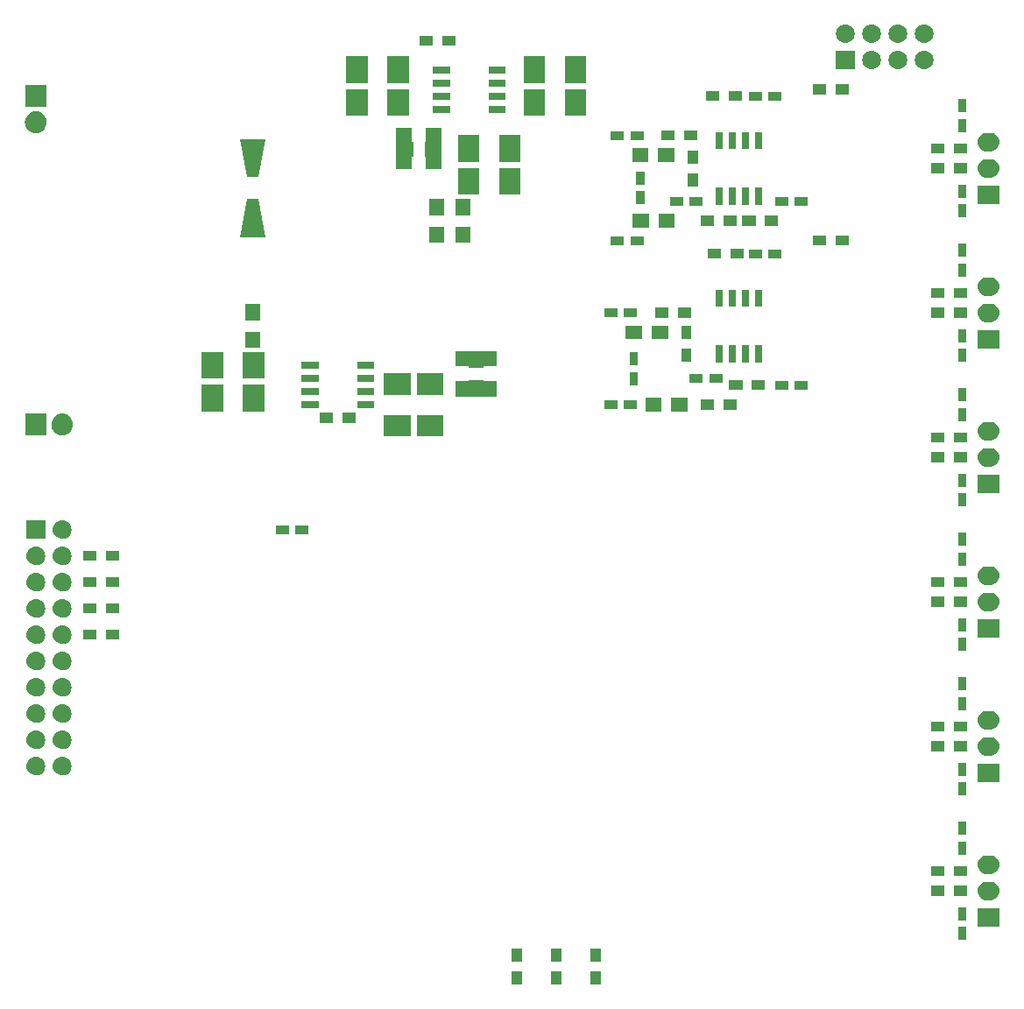
<source format=gbs>
G04 #@! TF.FileFunction,Soldermask,Bot*
%FSLAX46Y46*%
G04 Gerber Fmt 4.6, Leading zero omitted, Abs format (unit mm)*
G04 Created by KiCad (PCBNEW 4.0.1-stable) date 13/02/2016 20:58:59*
%MOMM*%
G01*
G04 APERTURE LIST*
%ADD10C,0.100000*%
G04 APERTURE END LIST*
D10*
G36*
X163683100Y-135088100D02*
X162706900Y-135088100D01*
X162706900Y-133811900D01*
X163683100Y-133811900D01*
X163683100Y-135088100D01*
X163683100Y-135088100D01*
G37*
G36*
X167493100Y-135088100D02*
X166516900Y-135088100D01*
X166516900Y-133811900D01*
X167493100Y-133811900D01*
X167493100Y-135088100D01*
X167493100Y-135088100D01*
G37*
G36*
X171303100Y-135088100D02*
X170326900Y-135088100D01*
X170326900Y-133811900D01*
X171303100Y-133811900D01*
X171303100Y-135088100D01*
X171303100Y-135088100D01*
G37*
G36*
X163683100Y-132888100D02*
X162706900Y-132888100D01*
X162706900Y-131611900D01*
X163683100Y-131611900D01*
X163683100Y-132888100D01*
X163683100Y-132888100D01*
G37*
G36*
X171303100Y-132888100D02*
X170326900Y-132888100D01*
X170326900Y-131611900D01*
X171303100Y-131611900D01*
X171303100Y-132888100D01*
X171303100Y-132888100D01*
G37*
G36*
X167493100Y-132888100D02*
X166516900Y-132888100D01*
X166516900Y-131611900D01*
X167493100Y-131611900D01*
X167493100Y-132888100D01*
X167493100Y-132888100D01*
G37*
G36*
X206658100Y-130808100D02*
X205831900Y-130808100D01*
X205831900Y-129531900D01*
X206658100Y-129531900D01*
X206658100Y-130808100D01*
X206658100Y-130808100D01*
G37*
G36*
X209839100Y-129486700D02*
X207730900Y-129486700D01*
X207730900Y-127683300D01*
X209839100Y-127683300D01*
X209839100Y-129486700D01*
X209839100Y-129486700D01*
G37*
G36*
X206658100Y-128908100D02*
X205831900Y-128908100D01*
X205831900Y-127631900D01*
X206658100Y-127631900D01*
X206658100Y-128908100D01*
X206658100Y-128908100D01*
G37*
G36*
X208953035Y-125143373D02*
X208953041Y-125143374D01*
X208955090Y-125143388D01*
X209129974Y-125163004D01*
X209297717Y-125216216D01*
X209451931Y-125300995D01*
X209586740Y-125414114D01*
X209697010Y-125551262D01*
X209778542Y-125707217D01*
X209828228Y-125876038D01*
X209828231Y-125876069D01*
X209828235Y-125876083D01*
X209844180Y-126051292D01*
X209825789Y-126226265D01*
X209825787Y-126226270D01*
X209825783Y-126226312D01*
X209773744Y-126394423D01*
X209690043Y-126549224D01*
X209577869Y-126684820D01*
X209441493Y-126796045D01*
X209286111Y-126878663D01*
X209117641Y-126929527D01*
X208942500Y-126946700D01*
X208627466Y-126946700D01*
X208616965Y-126946627D01*
X208616959Y-126946626D01*
X208614910Y-126946612D01*
X208440026Y-126926996D01*
X208272283Y-126873784D01*
X208118069Y-126789005D01*
X207983260Y-126675886D01*
X207872990Y-126538738D01*
X207791458Y-126382783D01*
X207741772Y-126213962D01*
X207741769Y-126213931D01*
X207741765Y-126213917D01*
X207725820Y-126038708D01*
X207744211Y-125863735D01*
X207744213Y-125863730D01*
X207744217Y-125863688D01*
X207796256Y-125695577D01*
X207879957Y-125540776D01*
X207992131Y-125405180D01*
X208128507Y-125293955D01*
X208283889Y-125211337D01*
X208452359Y-125160473D01*
X208627500Y-125143300D01*
X208942534Y-125143300D01*
X208953035Y-125143373D01*
X208953035Y-125143373D01*
G37*
G36*
X206713100Y-126533100D02*
X205436900Y-126533100D01*
X205436900Y-125556900D01*
X206713100Y-125556900D01*
X206713100Y-126533100D01*
X206713100Y-126533100D01*
G37*
G36*
X204513100Y-126533100D02*
X203236900Y-126533100D01*
X203236900Y-125556900D01*
X204513100Y-125556900D01*
X204513100Y-126533100D01*
X204513100Y-126533100D01*
G37*
G36*
X204513100Y-124628100D02*
X203236900Y-124628100D01*
X203236900Y-123651900D01*
X204513100Y-123651900D01*
X204513100Y-124628100D01*
X204513100Y-124628100D01*
G37*
G36*
X206713100Y-124628100D02*
X205436900Y-124628100D01*
X205436900Y-123651900D01*
X206713100Y-123651900D01*
X206713100Y-124628100D01*
X206713100Y-124628100D01*
G37*
G36*
X208953035Y-122603373D02*
X208953041Y-122603374D01*
X208955090Y-122603388D01*
X209129974Y-122623004D01*
X209297717Y-122676216D01*
X209451931Y-122760995D01*
X209586740Y-122874114D01*
X209697010Y-123011262D01*
X209778542Y-123167217D01*
X209828228Y-123336038D01*
X209828231Y-123336069D01*
X209828235Y-123336083D01*
X209844180Y-123511292D01*
X209825789Y-123686265D01*
X209825787Y-123686270D01*
X209825783Y-123686312D01*
X209773744Y-123854423D01*
X209690043Y-124009224D01*
X209577869Y-124144820D01*
X209441493Y-124256045D01*
X209286111Y-124338663D01*
X209117641Y-124389527D01*
X208942500Y-124406700D01*
X208627466Y-124406700D01*
X208616965Y-124406627D01*
X208616959Y-124406626D01*
X208614910Y-124406612D01*
X208440026Y-124386996D01*
X208272283Y-124333784D01*
X208118069Y-124249005D01*
X207983260Y-124135886D01*
X207872990Y-123998738D01*
X207791458Y-123842783D01*
X207741772Y-123673962D01*
X207741769Y-123673931D01*
X207741765Y-123673917D01*
X207725820Y-123498708D01*
X207744211Y-123323735D01*
X207744213Y-123323730D01*
X207744217Y-123323688D01*
X207796256Y-123155577D01*
X207879957Y-123000776D01*
X207992131Y-122865180D01*
X208128507Y-122753955D01*
X208283889Y-122671337D01*
X208452359Y-122620473D01*
X208627500Y-122603300D01*
X208942534Y-122603300D01*
X208953035Y-122603373D01*
X208953035Y-122603373D01*
G37*
G36*
X206658100Y-122553100D02*
X205831900Y-122553100D01*
X205831900Y-121276900D01*
X206658100Y-121276900D01*
X206658100Y-122553100D01*
X206658100Y-122553100D01*
G37*
G36*
X206658100Y-120653100D02*
X205831900Y-120653100D01*
X205831900Y-119376900D01*
X206658100Y-119376900D01*
X206658100Y-120653100D01*
X206658100Y-120653100D01*
G37*
G36*
X206658100Y-116838100D02*
X205831900Y-116838100D01*
X205831900Y-115561900D01*
X206658100Y-115561900D01*
X206658100Y-116838100D01*
X206658100Y-116838100D01*
G37*
G36*
X209839100Y-115516700D02*
X207730900Y-115516700D01*
X207730900Y-113713300D01*
X209839100Y-113713300D01*
X209839100Y-115516700D01*
X209839100Y-115516700D01*
G37*
G36*
X206658100Y-114938100D02*
X205831900Y-114938100D01*
X205831900Y-113661900D01*
X206658100Y-113661900D01*
X206658100Y-114938100D01*
X206658100Y-114938100D01*
G37*
G36*
X116724898Y-113078373D02*
X116724904Y-113078374D01*
X116726953Y-113078388D01*
X116901837Y-113098004D01*
X117069580Y-113151216D01*
X117223794Y-113235995D01*
X117358603Y-113349114D01*
X117468873Y-113486262D01*
X117550405Y-113642217D01*
X117600091Y-113811038D01*
X117600094Y-113811069D01*
X117600098Y-113811083D01*
X117616043Y-113986292D01*
X117597652Y-114161265D01*
X117597650Y-114161270D01*
X117597646Y-114161312D01*
X117545607Y-114329423D01*
X117461906Y-114484224D01*
X117349732Y-114619820D01*
X117213356Y-114731045D01*
X117057974Y-114813663D01*
X116889504Y-114864527D01*
X116714363Y-114881700D01*
X116705603Y-114881700D01*
X116695102Y-114881627D01*
X116695096Y-114881626D01*
X116693047Y-114881612D01*
X116518163Y-114861996D01*
X116350420Y-114808784D01*
X116196206Y-114724005D01*
X116061397Y-114610886D01*
X115951127Y-114473738D01*
X115869595Y-114317783D01*
X115819909Y-114148962D01*
X115819906Y-114148931D01*
X115819902Y-114148917D01*
X115803957Y-113973708D01*
X115822348Y-113798735D01*
X115822350Y-113798730D01*
X115822354Y-113798688D01*
X115874393Y-113630577D01*
X115958094Y-113475776D01*
X116070268Y-113340180D01*
X116206644Y-113228955D01*
X116362026Y-113146337D01*
X116530496Y-113095473D01*
X116705637Y-113078300D01*
X116714397Y-113078300D01*
X116724898Y-113078373D01*
X116724898Y-113078373D01*
G37*
G36*
X119264898Y-113078373D02*
X119264904Y-113078374D01*
X119266953Y-113078388D01*
X119441837Y-113098004D01*
X119609580Y-113151216D01*
X119763794Y-113235995D01*
X119898603Y-113349114D01*
X120008873Y-113486262D01*
X120090405Y-113642217D01*
X120140091Y-113811038D01*
X120140094Y-113811069D01*
X120140098Y-113811083D01*
X120156043Y-113986292D01*
X120137652Y-114161265D01*
X120137650Y-114161270D01*
X120137646Y-114161312D01*
X120085607Y-114329423D01*
X120001906Y-114484224D01*
X119889732Y-114619820D01*
X119753356Y-114731045D01*
X119597974Y-114813663D01*
X119429504Y-114864527D01*
X119254363Y-114881700D01*
X119245603Y-114881700D01*
X119235102Y-114881627D01*
X119235096Y-114881626D01*
X119233047Y-114881612D01*
X119058163Y-114861996D01*
X118890420Y-114808784D01*
X118736206Y-114724005D01*
X118601397Y-114610886D01*
X118491127Y-114473738D01*
X118409595Y-114317783D01*
X118359909Y-114148962D01*
X118359906Y-114148931D01*
X118359902Y-114148917D01*
X118343957Y-113973708D01*
X118362348Y-113798735D01*
X118362350Y-113798730D01*
X118362354Y-113798688D01*
X118414393Y-113630577D01*
X118498094Y-113475776D01*
X118610268Y-113340180D01*
X118746644Y-113228955D01*
X118902026Y-113146337D01*
X119070496Y-113095473D01*
X119245637Y-113078300D01*
X119254397Y-113078300D01*
X119264898Y-113078373D01*
X119264898Y-113078373D01*
G37*
G36*
X208953035Y-111173373D02*
X208953041Y-111173374D01*
X208955090Y-111173388D01*
X209129974Y-111193004D01*
X209297717Y-111246216D01*
X209451931Y-111330995D01*
X209586740Y-111444114D01*
X209697010Y-111581262D01*
X209778542Y-111737217D01*
X209828228Y-111906038D01*
X209828231Y-111906069D01*
X209828235Y-111906083D01*
X209844180Y-112081292D01*
X209825789Y-112256265D01*
X209825787Y-112256270D01*
X209825783Y-112256312D01*
X209773744Y-112424423D01*
X209690043Y-112579224D01*
X209577869Y-112714820D01*
X209441493Y-112826045D01*
X209286111Y-112908663D01*
X209117641Y-112959527D01*
X208942500Y-112976700D01*
X208627466Y-112976700D01*
X208616965Y-112976627D01*
X208616959Y-112976626D01*
X208614910Y-112976612D01*
X208440026Y-112956996D01*
X208272283Y-112903784D01*
X208118069Y-112819005D01*
X207983260Y-112705886D01*
X207872990Y-112568738D01*
X207791458Y-112412783D01*
X207741772Y-112243962D01*
X207741769Y-112243931D01*
X207741765Y-112243917D01*
X207725820Y-112068708D01*
X207744211Y-111893735D01*
X207744213Y-111893730D01*
X207744217Y-111893688D01*
X207796256Y-111725577D01*
X207879957Y-111570776D01*
X207992131Y-111435180D01*
X208128507Y-111323955D01*
X208283889Y-111241337D01*
X208452359Y-111190473D01*
X208627500Y-111173300D01*
X208942534Y-111173300D01*
X208953035Y-111173373D01*
X208953035Y-111173373D01*
G37*
G36*
X206713100Y-112563100D02*
X205436900Y-112563100D01*
X205436900Y-111586900D01*
X206713100Y-111586900D01*
X206713100Y-112563100D01*
X206713100Y-112563100D01*
G37*
G36*
X204513100Y-112563100D02*
X203236900Y-112563100D01*
X203236900Y-111586900D01*
X204513100Y-111586900D01*
X204513100Y-112563100D01*
X204513100Y-112563100D01*
G37*
G36*
X116724898Y-110538373D02*
X116724904Y-110538374D01*
X116726953Y-110538388D01*
X116901837Y-110558004D01*
X117069580Y-110611216D01*
X117223794Y-110695995D01*
X117358603Y-110809114D01*
X117468873Y-110946262D01*
X117550405Y-111102217D01*
X117600091Y-111271038D01*
X117600094Y-111271069D01*
X117600098Y-111271083D01*
X117616043Y-111446292D01*
X117597652Y-111621265D01*
X117597650Y-111621270D01*
X117597646Y-111621312D01*
X117545607Y-111789423D01*
X117461906Y-111944224D01*
X117349732Y-112079820D01*
X117213356Y-112191045D01*
X117057974Y-112273663D01*
X116889504Y-112324527D01*
X116714363Y-112341700D01*
X116705603Y-112341700D01*
X116695102Y-112341627D01*
X116695096Y-112341626D01*
X116693047Y-112341612D01*
X116518163Y-112321996D01*
X116350420Y-112268784D01*
X116196206Y-112184005D01*
X116061397Y-112070886D01*
X115951127Y-111933738D01*
X115869595Y-111777783D01*
X115819909Y-111608962D01*
X115819906Y-111608931D01*
X115819902Y-111608917D01*
X115803957Y-111433708D01*
X115822348Y-111258735D01*
X115822350Y-111258730D01*
X115822354Y-111258688D01*
X115874393Y-111090577D01*
X115958094Y-110935776D01*
X116070268Y-110800180D01*
X116206644Y-110688955D01*
X116362026Y-110606337D01*
X116530496Y-110555473D01*
X116705637Y-110538300D01*
X116714397Y-110538300D01*
X116724898Y-110538373D01*
X116724898Y-110538373D01*
G37*
G36*
X119264898Y-110538373D02*
X119264904Y-110538374D01*
X119266953Y-110538388D01*
X119441837Y-110558004D01*
X119609580Y-110611216D01*
X119763794Y-110695995D01*
X119898603Y-110809114D01*
X120008873Y-110946262D01*
X120090405Y-111102217D01*
X120140091Y-111271038D01*
X120140094Y-111271069D01*
X120140098Y-111271083D01*
X120156043Y-111446292D01*
X120137652Y-111621265D01*
X120137650Y-111621270D01*
X120137646Y-111621312D01*
X120085607Y-111789423D01*
X120001906Y-111944224D01*
X119889732Y-112079820D01*
X119753356Y-112191045D01*
X119597974Y-112273663D01*
X119429504Y-112324527D01*
X119254363Y-112341700D01*
X119245603Y-112341700D01*
X119235102Y-112341627D01*
X119235096Y-112341626D01*
X119233047Y-112341612D01*
X119058163Y-112321996D01*
X118890420Y-112268784D01*
X118736206Y-112184005D01*
X118601397Y-112070886D01*
X118491127Y-111933738D01*
X118409595Y-111777783D01*
X118359909Y-111608962D01*
X118359906Y-111608931D01*
X118359902Y-111608917D01*
X118343957Y-111433708D01*
X118362348Y-111258735D01*
X118362350Y-111258730D01*
X118362354Y-111258688D01*
X118414393Y-111090577D01*
X118498094Y-110935776D01*
X118610268Y-110800180D01*
X118746644Y-110688955D01*
X118902026Y-110606337D01*
X119070496Y-110555473D01*
X119245637Y-110538300D01*
X119254397Y-110538300D01*
X119264898Y-110538373D01*
X119264898Y-110538373D01*
G37*
G36*
X206713100Y-110658100D02*
X205436900Y-110658100D01*
X205436900Y-109681900D01*
X206713100Y-109681900D01*
X206713100Y-110658100D01*
X206713100Y-110658100D01*
G37*
G36*
X204513100Y-110658100D02*
X203236900Y-110658100D01*
X203236900Y-109681900D01*
X204513100Y-109681900D01*
X204513100Y-110658100D01*
X204513100Y-110658100D01*
G37*
G36*
X208953035Y-108633373D02*
X208953041Y-108633374D01*
X208955090Y-108633388D01*
X209129974Y-108653004D01*
X209297717Y-108706216D01*
X209451931Y-108790995D01*
X209586740Y-108904114D01*
X209697010Y-109041262D01*
X209778542Y-109197217D01*
X209828228Y-109366038D01*
X209828231Y-109366069D01*
X209828235Y-109366083D01*
X209844180Y-109541292D01*
X209825789Y-109716265D01*
X209825787Y-109716270D01*
X209825783Y-109716312D01*
X209773744Y-109884423D01*
X209690043Y-110039224D01*
X209577869Y-110174820D01*
X209441493Y-110286045D01*
X209286111Y-110368663D01*
X209117641Y-110419527D01*
X208942500Y-110436700D01*
X208627466Y-110436700D01*
X208616965Y-110436627D01*
X208616959Y-110436626D01*
X208614910Y-110436612D01*
X208440026Y-110416996D01*
X208272283Y-110363784D01*
X208118069Y-110279005D01*
X207983260Y-110165886D01*
X207872990Y-110028738D01*
X207791458Y-109872783D01*
X207741772Y-109703962D01*
X207741769Y-109703931D01*
X207741765Y-109703917D01*
X207725820Y-109528708D01*
X207744211Y-109353735D01*
X207744213Y-109353730D01*
X207744217Y-109353688D01*
X207796256Y-109185577D01*
X207879957Y-109030776D01*
X207992131Y-108895180D01*
X208128507Y-108783955D01*
X208283889Y-108701337D01*
X208452359Y-108650473D01*
X208627500Y-108633300D01*
X208942534Y-108633300D01*
X208953035Y-108633373D01*
X208953035Y-108633373D01*
G37*
G36*
X119264898Y-107998373D02*
X119264904Y-107998374D01*
X119266953Y-107998388D01*
X119441837Y-108018004D01*
X119609580Y-108071216D01*
X119763794Y-108155995D01*
X119898603Y-108269114D01*
X120008873Y-108406262D01*
X120090405Y-108562217D01*
X120140091Y-108731038D01*
X120140094Y-108731069D01*
X120140098Y-108731083D01*
X120156043Y-108906292D01*
X120137652Y-109081265D01*
X120137650Y-109081270D01*
X120137646Y-109081312D01*
X120085607Y-109249423D01*
X120001906Y-109404224D01*
X119889732Y-109539820D01*
X119753356Y-109651045D01*
X119597974Y-109733663D01*
X119429504Y-109784527D01*
X119254363Y-109801700D01*
X119245603Y-109801700D01*
X119235102Y-109801627D01*
X119235096Y-109801626D01*
X119233047Y-109801612D01*
X119058163Y-109781996D01*
X118890420Y-109728784D01*
X118736206Y-109644005D01*
X118601397Y-109530886D01*
X118491127Y-109393738D01*
X118409595Y-109237783D01*
X118359909Y-109068962D01*
X118359906Y-109068931D01*
X118359902Y-109068917D01*
X118343957Y-108893708D01*
X118362348Y-108718735D01*
X118362350Y-108718730D01*
X118362354Y-108718688D01*
X118414393Y-108550577D01*
X118498094Y-108395776D01*
X118610268Y-108260180D01*
X118746644Y-108148955D01*
X118902026Y-108066337D01*
X119070496Y-108015473D01*
X119245637Y-107998300D01*
X119254397Y-107998300D01*
X119264898Y-107998373D01*
X119264898Y-107998373D01*
G37*
G36*
X116724898Y-107998373D02*
X116724904Y-107998374D01*
X116726953Y-107998388D01*
X116901837Y-108018004D01*
X117069580Y-108071216D01*
X117223794Y-108155995D01*
X117358603Y-108269114D01*
X117468873Y-108406262D01*
X117550405Y-108562217D01*
X117600091Y-108731038D01*
X117600094Y-108731069D01*
X117600098Y-108731083D01*
X117616043Y-108906292D01*
X117597652Y-109081265D01*
X117597650Y-109081270D01*
X117597646Y-109081312D01*
X117545607Y-109249423D01*
X117461906Y-109404224D01*
X117349732Y-109539820D01*
X117213356Y-109651045D01*
X117057974Y-109733663D01*
X116889504Y-109784527D01*
X116714363Y-109801700D01*
X116705603Y-109801700D01*
X116695102Y-109801627D01*
X116695096Y-109801626D01*
X116693047Y-109801612D01*
X116518163Y-109781996D01*
X116350420Y-109728784D01*
X116196206Y-109644005D01*
X116061397Y-109530886D01*
X115951127Y-109393738D01*
X115869595Y-109237783D01*
X115819909Y-109068962D01*
X115819906Y-109068931D01*
X115819902Y-109068917D01*
X115803957Y-108893708D01*
X115822348Y-108718735D01*
X115822350Y-108718730D01*
X115822354Y-108718688D01*
X115874393Y-108550577D01*
X115958094Y-108395776D01*
X116070268Y-108260180D01*
X116206644Y-108148955D01*
X116362026Y-108066337D01*
X116530496Y-108015473D01*
X116705637Y-107998300D01*
X116714397Y-107998300D01*
X116724898Y-107998373D01*
X116724898Y-107998373D01*
G37*
G36*
X206658100Y-108583100D02*
X205831900Y-108583100D01*
X205831900Y-107306900D01*
X206658100Y-107306900D01*
X206658100Y-108583100D01*
X206658100Y-108583100D01*
G37*
G36*
X119264898Y-105458373D02*
X119264904Y-105458374D01*
X119266953Y-105458388D01*
X119441837Y-105478004D01*
X119609580Y-105531216D01*
X119763794Y-105615995D01*
X119898603Y-105729114D01*
X120008873Y-105866262D01*
X120090405Y-106022217D01*
X120140091Y-106191038D01*
X120140094Y-106191069D01*
X120140098Y-106191083D01*
X120156043Y-106366292D01*
X120137652Y-106541265D01*
X120137650Y-106541270D01*
X120137646Y-106541312D01*
X120085607Y-106709423D01*
X120001906Y-106864224D01*
X119889732Y-106999820D01*
X119753356Y-107111045D01*
X119597974Y-107193663D01*
X119429504Y-107244527D01*
X119254363Y-107261700D01*
X119245603Y-107261700D01*
X119235102Y-107261627D01*
X119235096Y-107261626D01*
X119233047Y-107261612D01*
X119058163Y-107241996D01*
X118890420Y-107188784D01*
X118736206Y-107104005D01*
X118601397Y-106990886D01*
X118491127Y-106853738D01*
X118409595Y-106697783D01*
X118359909Y-106528962D01*
X118359906Y-106528931D01*
X118359902Y-106528917D01*
X118343957Y-106353708D01*
X118362348Y-106178735D01*
X118362350Y-106178730D01*
X118362354Y-106178688D01*
X118414393Y-106010577D01*
X118498094Y-105855776D01*
X118610268Y-105720180D01*
X118746644Y-105608955D01*
X118902026Y-105526337D01*
X119070496Y-105475473D01*
X119245637Y-105458300D01*
X119254397Y-105458300D01*
X119264898Y-105458373D01*
X119264898Y-105458373D01*
G37*
G36*
X116724898Y-105458373D02*
X116724904Y-105458374D01*
X116726953Y-105458388D01*
X116901837Y-105478004D01*
X117069580Y-105531216D01*
X117223794Y-105615995D01*
X117358603Y-105729114D01*
X117468873Y-105866262D01*
X117550405Y-106022217D01*
X117600091Y-106191038D01*
X117600094Y-106191069D01*
X117600098Y-106191083D01*
X117616043Y-106366292D01*
X117597652Y-106541265D01*
X117597650Y-106541270D01*
X117597646Y-106541312D01*
X117545607Y-106709423D01*
X117461906Y-106864224D01*
X117349732Y-106999820D01*
X117213356Y-107111045D01*
X117057974Y-107193663D01*
X116889504Y-107244527D01*
X116714363Y-107261700D01*
X116705603Y-107261700D01*
X116695102Y-107261627D01*
X116695096Y-107261626D01*
X116693047Y-107261612D01*
X116518163Y-107241996D01*
X116350420Y-107188784D01*
X116196206Y-107104005D01*
X116061397Y-106990886D01*
X115951127Y-106853738D01*
X115869595Y-106697783D01*
X115819909Y-106528962D01*
X115819906Y-106528931D01*
X115819902Y-106528917D01*
X115803957Y-106353708D01*
X115822348Y-106178735D01*
X115822350Y-106178730D01*
X115822354Y-106178688D01*
X115874393Y-106010577D01*
X115958094Y-105855776D01*
X116070268Y-105720180D01*
X116206644Y-105608955D01*
X116362026Y-105526337D01*
X116530496Y-105475473D01*
X116705637Y-105458300D01*
X116714397Y-105458300D01*
X116724898Y-105458373D01*
X116724898Y-105458373D01*
G37*
G36*
X206658100Y-106683100D02*
X205831900Y-106683100D01*
X205831900Y-105406900D01*
X206658100Y-105406900D01*
X206658100Y-106683100D01*
X206658100Y-106683100D01*
G37*
G36*
X119264898Y-102918373D02*
X119264904Y-102918374D01*
X119266953Y-102918388D01*
X119441837Y-102938004D01*
X119609580Y-102991216D01*
X119763794Y-103075995D01*
X119898603Y-103189114D01*
X120008873Y-103326262D01*
X120090405Y-103482217D01*
X120140091Y-103651038D01*
X120140094Y-103651069D01*
X120140098Y-103651083D01*
X120156043Y-103826292D01*
X120137652Y-104001265D01*
X120137650Y-104001270D01*
X120137646Y-104001312D01*
X120085607Y-104169423D01*
X120001906Y-104324224D01*
X119889732Y-104459820D01*
X119753356Y-104571045D01*
X119597974Y-104653663D01*
X119429504Y-104704527D01*
X119254363Y-104721700D01*
X119245603Y-104721700D01*
X119235102Y-104721627D01*
X119235096Y-104721626D01*
X119233047Y-104721612D01*
X119058163Y-104701996D01*
X118890420Y-104648784D01*
X118736206Y-104564005D01*
X118601397Y-104450886D01*
X118491127Y-104313738D01*
X118409595Y-104157783D01*
X118359909Y-103988962D01*
X118359906Y-103988931D01*
X118359902Y-103988917D01*
X118343957Y-103813708D01*
X118362348Y-103638735D01*
X118362350Y-103638730D01*
X118362354Y-103638688D01*
X118414393Y-103470577D01*
X118498094Y-103315776D01*
X118610268Y-103180180D01*
X118746644Y-103068955D01*
X118902026Y-102986337D01*
X119070496Y-102935473D01*
X119245637Y-102918300D01*
X119254397Y-102918300D01*
X119264898Y-102918373D01*
X119264898Y-102918373D01*
G37*
G36*
X116724898Y-102918373D02*
X116724904Y-102918374D01*
X116726953Y-102918388D01*
X116901837Y-102938004D01*
X117069580Y-102991216D01*
X117223794Y-103075995D01*
X117358603Y-103189114D01*
X117468873Y-103326262D01*
X117550405Y-103482217D01*
X117600091Y-103651038D01*
X117600094Y-103651069D01*
X117600098Y-103651083D01*
X117616043Y-103826292D01*
X117597652Y-104001265D01*
X117597650Y-104001270D01*
X117597646Y-104001312D01*
X117545607Y-104169423D01*
X117461906Y-104324224D01*
X117349732Y-104459820D01*
X117213356Y-104571045D01*
X117057974Y-104653663D01*
X116889504Y-104704527D01*
X116714363Y-104721700D01*
X116705603Y-104721700D01*
X116695102Y-104721627D01*
X116695096Y-104721626D01*
X116693047Y-104721612D01*
X116518163Y-104701996D01*
X116350420Y-104648784D01*
X116196206Y-104564005D01*
X116061397Y-104450886D01*
X115951127Y-104313738D01*
X115869595Y-104157783D01*
X115819909Y-103988962D01*
X115819906Y-103988931D01*
X115819902Y-103988917D01*
X115803957Y-103813708D01*
X115822348Y-103638735D01*
X115822350Y-103638730D01*
X115822354Y-103638688D01*
X115874393Y-103470577D01*
X115958094Y-103315776D01*
X116070268Y-103180180D01*
X116206644Y-103068955D01*
X116362026Y-102986337D01*
X116530496Y-102935473D01*
X116705637Y-102918300D01*
X116714397Y-102918300D01*
X116724898Y-102918373D01*
X116724898Y-102918373D01*
G37*
G36*
X206658100Y-102868100D02*
X205831900Y-102868100D01*
X205831900Y-101591900D01*
X206658100Y-101591900D01*
X206658100Y-102868100D01*
X206658100Y-102868100D01*
G37*
G36*
X116724898Y-100378373D02*
X116724904Y-100378374D01*
X116726953Y-100378388D01*
X116901837Y-100398004D01*
X117069580Y-100451216D01*
X117223794Y-100535995D01*
X117358603Y-100649114D01*
X117468873Y-100786262D01*
X117550405Y-100942217D01*
X117600091Y-101111038D01*
X117600094Y-101111069D01*
X117600098Y-101111083D01*
X117616043Y-101286292D01*
X117597652Y-101461265D01*
X117597650Y-101461270D01*
X117597646Y-101461312D01*
X117545607Y-101629423D01*
X117461906Y-101784224D01*
X117349732Y-101919820D01*
X117213356Y-102031045D01*
X117057974Y-102113663D01*
X116889504Y-102164527D01*
X116714363Y-102181700D01*
X116705603Y-102181700D01*
X116695102Y-102181627D01*
X116695096Y-102181626D01*
X116693047Y-102181612D01*
X116518163Y-102161996D01*
X116350420Y-102108784D01*
X116196206Y-102024005D01*
X116061397Y-101910886D01*
X115951127Y-101773738D01*
X115869595Y-101617783D01*
X115819909Y-101448962D01*
X115819906Y-101448931D01*
X115819902Y-101448917D01*
X115803957Y-101273708D01*
X115822348Y-101098735D01*
X115822350Y-101098730D01*
X115822354Y-101098688D01*
X115874393Y-100930577D01*
X115958094Y-100775776D01*
X116070268Y-100640180D01*
X116206644Y-100528955D01*
X116362026Y-100446337D01*
X116530496Y-100395473D01*
X116705637Y-100378300D01*
X116714397Y-100378300D01*
X116724898Y-100378373D01*
X116724898Y-100378373D01*
G37*
G36*
X119264898Y-100378373D02*
X119264904Y-100378374D01*
X119266953Y-100378388D01*
X119441837Y-100398004D01*
X119609580Y-100451216D01*
X119763794Y-100535995D01*
X119898603Y-100649114D01*
X120008873Y-100786262D01*
X120090405Y-100942217D01*
X120140091Y-101111038D01*
X120140094Y-101111069D01*
X120140098Y-101111083D01*
X120156043Y-101286292D01*
X120137652Y-101461265D01*
X120137650Y-101461270D01*
X120137646Y-101461312D01*
X120085607Y-101629423D01*
X120001906Y-101784224D01*
X119889732Y-101919820D01*
X119753356Y-102031045D01*
X119597974Y-102113663D01*
X119429504Y-102164527D01*
X119254363Y-102181700D01*
X119245603Y-102181700D01*
X119235102Y-102181627D01*
X119235096Y-102181626D01*
X119233047Y-102181612D01*
X119058163Y-102161996D01*
X118890420Y-102108784D01*
X118736206Y-102024005D01*
X118601397Y-101910886D01*
X118491127Y-101773738D01*
X118409595Y-101617783D01*
X118359909Y-101448962D01*
X118359906Y-101448931D01*
X118359902Y-101448917D01*
X118343957Y-101273708D01*
X118362348Y-101098735D01*
X118362350Y-101098730D01*
X118362354Y-101098688D01*
X118414393Y-100930577D01*
X118498094Y-100775776D01*
X118610268Y-100640180D01*
X118746644Y-100528955D01*
X118902026Y-100446337D01*
X119070496Y-100395473D01*
X119245637Y-100378300D01*
X119254397Y-100378300D01*
X119264898Y-100378373D01*
X119264898Y-100378373D01*
G37*
G36*
X122598100Y-101768100D02*
X121321900Y-101768100D01*
X121321900Y-100791900D01*
X122598100Y-100791900D01*
X122598100Y-101768100D01*
X122598100Y-101768100D01*
G37*
G36*
X124798100Y-101768100D02*
X123521900Y-101768100D01*
X123521900Y-100791900D01*
X124798100Y-100791900D01*
X124798100Y-101768100D01*
X124798100Y-101768100D01*
G37*
G36*
X209839100Y-101546700D02*
X207730900Y-101546700D01*
X207730900Y-99743300D01*
X209839100Y-99743300D01*
X209839100Y-101546700D01*
X209839100Y-101546700D01*
G37*
G36*
X206658100Y-100968100D02*
X205831900Y-100968100D01*
X205831900Y-99691900D01*
X206658100Y-99691900D01*
X206658100Y-100968100D01*
X206658100Y-100968100D01*
G37*
G36*
X116724898Y-97838373D02*
X116724904Y-97838374D01*
X116726953Y-97838388D01*
X116901837Y-97858004D01*
X117069580Y-97911216D01*
X117223794Y-97995995D01*
X117358603Y-98109114D01*
X117468873Y-98246262D01*
X117550405Y-98402217D01*
X117600091Y-98571038D01*
X117600094Y-98571069D01*
X117600098Y-98571083D01*
X117616043Y-98746292D01*
X117597652Y-98921265D01*
X117597650Y-98921270D01*
X117597646Y-98921312D01*
X117545607Y-99089423D01*
X117461906Y-99244224D01*
X117349732Y-99379820D01*
X117213356Y-99491045D01*
X117057974Y-99573663D01*
X116889504Y-99624527D01*
X116714363Y-99641700D01*
X116705603Y-99641700D01*
X116695102Y-99641627D01*
X116695096Y-99641626D01*
X116693047Y-99641612D01*
X116518163Y-99621996D01*
X116350420Y-99568784D01*
X116196206Y-99484005D01*
X116061397Y-99370886D01*
X115951127Y-99233738D01*
X115869595Y-99077783D01*
X115819909Y-98908962D01*
X115819906Y-98908931D01*
X115819902Y-98908917D01*
X115803957Y-98733708D01*
X115822348Y-98558735D01*
X115822350Y-98558730D01*
X115822354Y-98558688D01*
X115874393Y-98390577D01*
X115958094Y-98235776D01*
X116070268Y-98100180D01*
X116206644Y-97988955D01*
X116362026Y-97906337D01*
X116530496Y-97855473D01*
X116705637Y-97838300D01*
X116714397Y-97838300D01*
X116724898Y-97838373D01*
X116724898Y-97838373D01*
G37*
G36*
X119264898Y-97838373D02*
X119264904Y-97838374D01*
X119266953Y-97838388D01*
X119441837Y-97858004D01*
X119609580Y-97911216D01*
X119763794Y-97995995D01*
X119898603Y-98109114D01*
X120008873Y-98246262D01*
X120090405Y-98402217D01*
X120140091Y-98571038D01*
X120140094Y-98571069D01*
X120140098Y-98571083D01*
X120156043Y-98746292D01*
X120137652Y-98921265D01*
X120137650Y-98921270D01*
X120137646Y-98921312D01*
X120085607Y-99089423D01*
X120001906Y-99244224D01*
X119889732Y-99379820D01*
X119753356Y-99491045D01*
X119597974Y-99573663D01*
X119429504Y-99624527D01*
X119254363Y-99641700D01*
X119245603Y-99641700D01*
X119235102Y-99641627D01*
X119235096Y-99641626D01*
X119233047Y-99641612D01*
X119058163Y-99621996D01*
X118890420Y-99568784D01*
X118736206Y-99484005D01*
X118601397Y-99370886D01*
X118491127Y-99233738D01*
X118409595Y-99077783D01*
X118359909Y-98908962D01*
X118359906Y-98908931D01*
X118359902Y-98908917D01*
X118343957Y-98733708D01*
X118362348Y-98558735D01*
X118362350Y-98558730D01*
X118362354Y-98558688D01*
X118414393Y-98390577D01*
X118498094Y-98235776D01*
X118610268Y-98100180D01*
X118746644Y-97988955D01*
X118902026Y-97906337D01*
X119070496Y-97855473D01*
X119245637Y-97838300D01*
X119254397Y-97838300D01*
X119264898Y-97838373D01*
X119264898Y-97838373D01*
G37*
G36*
X124798100Y-99228100D02*
X123521900Y-99228100D01*
X123521900Y-98251900D01*
X124798100Y-98251900D01*
X124798100Y-99228100D01*
X124798100Y-99228100D01*
G37*
G36*
X122598100Y-99228100D02*
X121321900Y-99228100D01*
X121321900Y-98251900D01*
X122598100Y-98251900D01*
X122598100Y-99228100D01*
X122598100Y-99228100D01*
G37*
G36*
X208953035Y-97203373D02*
X208953041Y-97203374D01*
X208955090Y-97203388D01*
X209129974Y-97223004D01*
X209297717Y-97276216D01*
X209451931Y-97360995D01*
X209586740Y-97474114D01*
X209697010Y-97611262D01*
X209778542Y-97767217D01*
X209828228Y-97936038D01*
X209828231Y-97936069D01*
X209828235Y-97936083D01*
X209844180Y-98111292D01*
X209825789Y-98286265D01*
X209825787Y-98286270D01*
X209825783Y-98286312D01*
X209773744Y-98454423D01*
X209690043Y-98609224D01*
X209577869Y-98744820D01*
X209441493Y-98856045D01*
X209286111Y-98938663D01*
X209117641Y-98989527D01*
X208942500Y-99006700D01*
X208627466Y-99006700D01*
X208616965Y-99006627D01*
X208616959Y-99006626D01*
X208614910Y-99006612D01*
X208440026Y-98986996D01*
X208272283Y-98933784D01*
X208118069Y-98849005D01*
X207983260Y-98735886D01*
X207872990Y-98598738D01*
X207791458Y-98442783D01*
X207741772Y-98273962D01*
X207741769Y-98273931D01*
X207741765Y-98273917D01*
X207725820Y-98098708D01*
X207744211Y-97923735D01*
X207744213Y-97923730D01*
X207744217Y-97923688D01*
X207796256Y-97755577D01*
X207879957Y-97600776D01*
X207992131Y-97465180D01*
X208128507Y-97353955D01*
X208283889Y-97271337D01*
X208452359Y-97220473D01*
X208627500Y-97203300D01*
X208942534Y-97203300D01*
X208953035Y-97203373D01*
X208953035Y-97203373D01*
G37*
G36*
X204513100Y-98593100D02*
X203236900Y-98593100D01*
X203236900Y-97616900D01*
X204513100Y-97616900D01*
X204513100Y-98593100D01*
X204513100Y-98593100D01*
G37*
G36*
X206713100Y-98593100D02*
X205436900Y-98593100D01*
X205436900Y-97616900D01*
X206713100Y-97616900D01*
X206713100Y-98593100D01*
X206713100Y-98593100D01*
G37*
G36*
X116724898Y-95298373D02*
X116724904Y-95298374D01*
X116726953Y-95298388D01*
X116901837Y-95318004D01*
X117069580Y-95371216D01*
X117223794Y-95455995D01*
X117358603Y-95569114D01*
X117468873Y-95706262D01*
X117550405Y-95862217D01*
X117600091Y-96031038D01*
X117600094Y-96031069D01*
X117600098Y-96031083D01*
X117616043Y-96206292D01*
X117597652Y-96381265D01*
X117597650Y-96381270D01*
X117597646Y-96381312D01*
X117545607Y-96549423D01*
X117461906Y-96704224D01*
X117349732Y-96839820D01*
X117213356Y-96951045D01*
X117057974Y-97033663D01*
X116889504Y-97084527D01*
X116714363Y-97101700D01*
X116705603Y-97101700D01*
X116695102Y-97101627D01*
X116695096Y-97101626D01*
X116693047Y-97101612D01*
X116518163Y-97081996D01*
X116350420Y-97028784D01*
X116196206Y-96944005D01*
X116061397Y-96830886D01*
X115951127Y-96693738D01*
X115869595Y-96537783D01*
X115819909Y-96368962D01*
X115819906Y-96368931D01*
X115819902Y-96368917D01*
X115803957Y-96193708D01*
X115822348Y-96018735D01*
X115822350Y-96018730D01*
X115822354Y-96018688D01*
X115874393Y-95850577D01*
X115958094Y-95695776D01*
X116070268Y-95560180D01*
X116206644Y-95448955D01*
X116362026Y-95366337D01*
X116530496Y-95315473D01*
X116705637Y-95298300D01*
X116714397Y-95298300D01*
X116724898Y-95298373D01*
X116724898Y-95298373D01*
G37*
G36*
X119264898Y-95298373D02*
X119264904Y-95298374D01*
X119266953Y-95298388D01*
X119441837Y-95318004D01*
X119609580Y-95371216D01*
X119763794Y-95455995D01*
X119898603Y-95569114D01*
X120008873Y-95706262D01*
X120090405Y-95862217D01*
X120140091Y-96031038D01*
X120140094Y-96031069D01*
X120140098Y-96031083D01*
X120156043Y-96206292D01*
X120137652Y-96381265D01*
X120137650Y-96381270D01*
X120137646Y-96381312D01*
X120085607Y-96549423D01*
X120001906Y-96704224D01*
X119889732Y-96839820D01*
X119753356Y-96951045D01*
X119597974Y-97033663D01*
X119429504Y-97084527D01*
X119254363Y-97101700D01*
X119245603Y-97101700D01*
X119235102Y-97101627D01*
X119235096Y-97101626D01*
X119233047Y-97101612D01*
X119058163Y-97081996D01*
X118890420Y-97028784D01*
X118736206Y-96944005D01*
X118601397Y-96830886D01*
X118491127Y-96693738D01*
X118409595Y-96537783D01*
X118359909Y-96368962D01*
X118359906Y-96368931D01*
X118359902Y-96368917D01*
X118343957Y-96193708D01*
X118362348Y-96018735D01*
X118362350Y-96018730D01*
X118362354Y-96018688D01*
X118414393Y-95850577D01*
X118498094Y-95695776D01*
X118610268Y-95560180D01*
X118746644Y-95448955D01*
X118902026Y-95366337D01*
X119070496Y-95315473D01*
X119245637Y-95298300D01*
X119254397Y-95298300D01*
X119264898Y-95298373D01*
X119264898Y-95298373D01*
G37*
G36*
X206713100Y-96688100D02*
X205436900Y-96688100D01*
X205436900Y-95711900D01*
X206713100Y-95711900D01*
X206713100Y-96688100D01*
X206713100Y-96688100D01*
G37*
G36*
X124798100Y-96688100D02*
X123521900Y-96688100D01*
X123521900Y-95711900D01*
X124798100Y-95711900D01*
X124798100Y-96688100D01*
X124798100Y-96688100D01*
G37*
G36*
X122598100Y-96688100D02*
X121321900Y-96688100D01*
X121321900Y-95711900D01*
X122598100Y-95711900D01*
X122598100Y-96688100D01*
X122598100Y-96688100D01*
G37*
G36*
X204513100Y-96688100D02*
X203236900Y-96688100D01*
X203236900Y-95711900D01*
X204513100Y-95711900D01*
X204513100Y-96688100D01*
X204513100Y-96688100D01*
G37*
G36*
X208953035Y-94663373D02*
X208953041Y-94663374D01*
X208955090Y-94663388D01*
X209129974Y-94683004D01*
X209297717Y-94736216D01*
X209451931Y-94820995D01*
X209586740Y-94934114D01*
X209697010Y-95071262D01*
X209778542Y-95227217D01*
X209828228Y-95396038D01*
X209828231Y-95396069D01*
X209828235Y-95396083D01*
X209844180Y-95571292D01*
X209825789Y-95746265D01*
X209825787Y-95746270D01*
X209825783Y-95746312D01*
X209773744Y-95914423D01*
X209690043Y-96069224D01*
X209577869Y-96204820D01*
X209441493Y-96316045D01*
X209286111Y-96398663D01*
X209117641Y-96449527D01*
X208942500Y-96466700D01*
X208627466Y-96466700D01*
X208616965Y-96466627D01*
X208616959Y-96466626D01*
X208614910Y-96466612D01*
X208440026Y-96446996D01*
X208272283Y-96393784D01*
X208118069Y-96309005D01*
X207983260Y-96195886D01*
X207872990Y-96058738D01*
X207791458Y-95902783D01*
X207741772Y-95733962D01*
X207741769Y-95733931D01*
X207741765Y-95733917D01*
X207725820Y-95558708D01*
X207744211Y-95383735D01*
X207744213Y-95383730D01*
X207744217Y-95383688D01*
X207796256Y-95215577D01*
X207879957Y-95060776D01*
X207992131Y-94925180D01*
X208128507Y-94813955D01*
X208283889Y-94731337D01*
X208452359Y-94680473D01*
X208627500Y-94663300D01*
X208942534Y-94663300D01*
X208953035Y-94663373D01*
X208953035Y-94663373D01*
G37*
G36*
X206658100Y-94613100D02*
X205831900Y-94613100D01*
X205831900Y-93336900D01*
X206658100Y-93336900D01*
X206658100Y-94613100D01*
X206658100Y-94613100D01*
G37*
G36*
X116724898Y-92758373D02*
X116724904Y-92758374D01*
X116726953Y-92758388D01*
X116901837Y-92778004D01*
X117069580Y-92831216D01*
X117223794Y-92915995D01*
X117358603Y-93029114D01*
X117468873Y-93166262D01*
X117550405Y-93322217D01*
X117600091Y-93491038D01*
X117600094Y-93491069D01*
X117600098Y-93491083D01*
X117616043Y-93666292D01*
X117597652Y-93841265D01*
X117597650Y-93841270D01*
X117597646Y-93841312D01*
X117545607Y-94009423D01*
X117461906Y-94164224D01*
X117349732Y-94299820D01*
X117213356Y-94411045D01*
X117057974Y-94493663D01*
X116889504Y-94544527D01*
X116714363Y-94561700D01*
X116705603Y-94561700D01*
X116695102Y-94561627D01*
X116695096Y-94561626D01*
X116693047Y-94561612D01*
X116518163Y-94541996D01*
X116350420Y-94488784D01*
X116196206Y-94404005D01*
X116061397Y-94290886D01*
X115951127Y-94153738D01*
X115869595Y-93997783D01*
X115819909Y-93828962D01*
X115819906Y-93828931D01*
X115819902Y-93828917D01*
X115803957Y-93653708D01*
X115822348Y-93478735D01*
X115822350Y-93478730D01*
X115822354Y-93478688D01*
X115874393Y-93310577D01*
X115958094Y-93155776D01*
X116070268Y-93020180D01*
X116206644Y-92908955D01*
X116362026Y-92826337D01*
X116530496Y-92775473D01*
X116705637Y-92758300D01*
X116714397Y-92758300D01*
X116724898Y-92758373D01*
X116724898Y-92758373D01*
G37*
G36*
X119264898Y-92758373D02*
X119264904Y-92758374D01*
X119266953Y-92758388D01*
X119441837Y-92778004D01*
X119609580Y-92831216D01*
X119763794Y-92915995D01*
X119898603Y-93029114D01*
X120008873Y-93166262D01*
X120090405Y-93322217D01*
X120140091Y-93491038D01*
X120140094Y-93491069D01*
X120140098Y-93491083D01*
X120156043Y-93666292D01*
X120137652Y-93841265D01*
X120137650Y-93841270D01*
X120137646Y-93841312D01*
X120085607Y-94009423D01*
X120001906Y-94164224D01*
X119889732Y-94299820D01*
X119753356Y-94411045D01*
X119597974Y-94493663D01*
X119429504Y-94544527D01*
X119254363Y-94561700D01*
X119245603Y-94561700D01*
X119235102Y-94561627D01*
X119235096Y-94561626D01*
X119233047Y-94561612D01*
X119058163Y-94541996D01*
X118890420Y-94488784D01*
X118736206Y-94404005D01*
X118601397Y-94290886D01*
X118491127Y-94153738D01*
X118409595Y-93997783D01*
X118359909Y-93828962D01*
X118359906Y-93828931D01*
X118359902Y-93828917D01*
X118343957Y-93653708D01*
X118362348Y-93478735D01*
X118362350Y-93478730D01*
X118362354Y-93478688D01*
X118414393Y-93310577D01*
X118498094Y-93155776D01*
X118610268Y-93020180D01*
X118746644Y-92908955D01*
X118902026Y-92826337D01*
X119070496Y-92775473D01*
X119245637Y-92758300D01*
X119254397Y-92758300D01*
X119264898Y-92758373D01*
X119264898Y-92758373D01*
G37*
G36*
X122598100Y-94148100D02*
X121321900Y-94148100D01*
X121321900Y-93171900D01*
X122598100Y-93171900D01*
X122598100Y-94148100D01*
X122598100Y-94148100D01*
G37*
G36*
X124798100Y-94148100D02*
X123521900Y-94148100D01*
X123521900Y-93171900D01*
X124798100Y-93171900D01*
X124798100Y-94148100D01*
X124798100Y-94148100D01*
G37*
G36*
X206658100Y-92713100D02*
X205831900Y-92713100D01*
X205831900Y-91436900D01*
X206658100Y-91436900D01*
X206658100Y-92713100D01*
X206658100Y-92713100D01*
G37*
G36*
X119264898Y-90218373D02*
X119264904Y-90218374D01*
X119266953Y-90218388D01*
X119441837Y-90238004D01*
X119609580Y-90291216D01*
X119763794Y-90375995D01*
X119898603Y-90489114D01*
X120008873Y-90626262D01*
X120090405Y-90782217D01*
X120140091Y-90951038D01*
X120140094Y-90951069D01*
X120140098Y-90951083D01*
X120156043Y-91126292D01*
X120137652Y-91301265D01*
X120137650Y-91301270D01*
X120137646Y-91301312D01*
X120085607Y-91469423D01*
X120001906Y-91624224D01*
X119889732Y-91759820D01*
X119753356Y-91871045D01*
X119597974Y-91953663D01*
X119429504Y-92004527D01*
X119254363Y-92021700D01*
X119245603Y-92021700D01*
X119235102Y-92021627D01*
X119235096Y-92021626D01*
X119233047Y-92021612D01*
X119058163Y-92001996D01*
X118890420Y-91948784D01*
X118736206Y-91864005D01*
X118601397Y-91750886D01*
X118491127Y-91613738D01*
X118409595Y-91457783D01*
X118359909Y-91288962D01*
X118359906Y-91288931D01*
X118359902Y-91288917D01*
X118343957Y-91113708D01*
X118362348Y-90938735D01*
X118362350Y-90938730D01*
X118362354Y-90938688D01*
X118414393Y-90770577D01*
X118498094Y-90615776D01*
X118610268Y-90480180D01*
X118746644Y-90368955D01*
X118902026Y-90286337D01*
X119070496Y-90235473D01*
X119245637Y-90218300D01*
X119254397Y-90218300D01*
X119264898Y-90218373D01*
X119264898Y-90218373D01*
G37*
G36*
X117611700Y-92021700D02*
X115808300Y-92021700D01*
X115808300Y-90218300D01*
X117611700Y-90218300D01*
X117611700Y-92021700D01*
X117611700Y-92021700D01*
G37*
G36*
X143063100Y-91533100D02*
X141786900Y-91533100D01*
X141786900Y-90706900D01*
X143063100Y-90706900D01*
X143063100Y-91533100D01*
X143063100Y-91533100D01*
G37*
G36*
X141163100Y-91533100D02*
X139886900Y-91533100D01*
X139886900Y-90706900D01*
X141163100Y-90706900D01*
X141163100Y-91533100D01*
X141163100Y-91533100D01*
G37*
G36*
X206658100Y-88898100D02*
X205831900Y-88898100D01*
X205831900Y-87621900D01*
X206658100Y-87621900D01*
X206658100Y-88898100D01*
X206658100Y-88898100D01*
G37*
G36*
X209839100Y-87576700D02*
X207730900Y-87576700D01*
X207730900Y-85773300D01*
X209839100Y-85773300D01*
X209839100Y-87576700D01*
X209839100Y-87576700D01*
G37*
G36*
X206658100Y-86998100D02*
X205831900Y-86998100D01*
X205831900Y-85721900D01*
X206658100Y-85721900D01*
X206658100Y-86998100D01*
X206658100Y-86998100D01*
G37*
G36*
X208953035Y-83233373D02*
X208953041Y-83233374D01*
X208955090Y-83233388D01*
X209129974Y-83253004D01*
X209297717Y-83306216D01*
X209451931Y-83390995D01*
X209586740Y-83504114D01*
X209697010Y-83641262D01*
X209778542Y-83797217D01*
X209828228Y-83966038D01*
X209828231Y-83966069D01*
X209828235Y-83966083D01*
X209844180Y-84141292D01*
X209825789Y-84316265D01*
X209825787Y-84316270D01*
X209825783Y-84316312D01*
X209773744Y-84484423D01*
X209690043Y-84639224D01*
X209577869Y-84774820D01*
X209441493Y-84886045D01*
X209286111Y-84968663D01*
X209117641Y-85019527D01*
X208942500Y-85036700D01*
X208627466Y-85036700D01*
X208616965Y-85036627D01*
X208616959Y-85036626D01*
X208614910Y-85036612D01*
X208440026Y-85016996D01*
X208272283Y-84963784D01*
X208118069Y-84879005D01*
X207983260Y-84765886D01*
X207872990Y-84628738D01*
X207791458Y-84472783D01*
X207741772Y-84303962D01*
X207741769Y-84303931D01*
X207741765Y-84303917D01*
X207725820Y-84128708D01*
X207744211Y-83953735D01*
X207744213Y-83953730D01*
X207744217Y-83953688D01*
X207796256Y-83785577D01*
X207879957Y-83630776D01*
X207992131Y-83495180D01*
X208128507Y-83383955D01*
X208283889Y-83301337D01*
X208452359Y-83250473D01*
X208627500Y-83233300D01*
X208942534Y-83233300D01*
X208953035Y-83233373D01*
X208953035Y-83233373D01*
G37*
G36*
X206713100Y-84623100D02*
X205436900Y-84623100D01*
X205436900Y-83646900D01*
X206713100Y-83646900D01*
X206713100Y-84623100D01*
X206713100Y-84623100D01*
G37*
G36*
X204513100Y-84623100D02*
X203236900Y-84623100D01*
X203236900Y-83646900D01*
X204513100Y-83646900D01*
X204513100Y-84623100D01*
X204513100Y-84623100D01*
G37*
G36*
X204513100Y-82718100D02*
X203236900Y-82718100D01*
X203236900Y-81741900D01*
X204513100Y-81741900D01*
X204513100Y-82718100D01*
X204513100Y-82718100D01*
G37*
G36*
X206713100Y-82718100D02*
X205436900Y-82718100D01*
X205436900Y-81741900D01*
X206713100Y-81741900D01*
X206713100Y-82718100D01*
X206713100Y-82718100D01*
G37*
G36*
X208953035Y-80693373D02*
X208953041Y-80693374D01*
X208955090Y-80693388D01*
X209129974Y-80713004D01*
X209297717Y-80766216D01*
X209451931Y-80850995D01*
X209586740Y-80964114D01*
X209697010Y-81101262D01*
X209778542Y-81257217D01*
X209828228Y-81426038D01*
X209828231Y-81426069D01*
X209828235Y-81426083D01*
X209844180Y-81601292D01*
X209825789Y-81776265D01*
X209825787Y-81776270D01*
X209825783Y-81776312D01*
X209773744Y-81944423D01*
X209690043Y-82099224D01*
X209577869Y-82234820D01*
X209441493Y-82346045D01*
X209286111Y-82428663D01*
X209117641Y-82479527D01*
X208942500Y-82496700D01*
X208627466Y-82496700D01*
X208616965Y-82496627D01*
X208616959Y-82496626D01*
X208614910Y-82496612D01*
X208440026Y-82476996D01*
X208272283Y-82423784D01*
X208118069Y-82339005D01*
X207983260Y-82225886D01*
X207872990Y-82088738D01*
X207791458Y-81932783D01*
X207741772Y-81763962D01*
X207741769Y-81763931D01*
X207741765Y-81763917D01*
X207725820Y-81588708D01*
X207744211Y-81413735D01*
X207744213Y-81413730D01*
X207744217Y-81413688D01*
X207796256Y-81245577D01*
X207879957Y-81090776D01*
X207992131Y-80955180D01*
X208128507Y-80843955D01*
X208283889Y-80761337D01*
X208452359Y-80710473D01*
X208627500Y-80693300D01*
X208942534Y-80693300D01*
X208953035Y-80693373D01*
X208953035Y-80693373D01*
G37*
G36*
X152923100Y-82093100D02*
X150346900Y-82093100D01*
X150346900Y-80016900D01*
X152923100Y-80016900D01*
X152923100Y-82093100D01*
X152923100Y-82093100D01*
G37*
G36*
X156098100Y-82093100D02*
X153521900Y-82093100D01*
X153521900Y-80016900D01*
X156098100Y-80016900D01*
X156098100Y-82093100D01*
X156098100Y-82093100D01*
G37*
G36*
X119461909Y-79922323D02*
X119461919Y-79922326D01*
X119461956Y-79922330D01*
X119658480Y-79983164D01*
X119839445Y-80081011D01*
X119997959Y-80212145D01*
X120127982Y-80371570D01*
X120224564Y-80553214D01*
X120284025Y-80750158D01*
X120304100Y-80954900D01*
X120304100Y-80965133D01*
X120304012Y-80977761D01*
X120304011Y-80977767D01*
X120303997Y-80979818D01*
X120281065Y-81184260D01*
X120218861Y-81380354D01*
X120119752Y-81560632D01*
X119987515Y-81718226D01*
X119827186Y-81847133D01*
X119644873Y-81942445D01*
X119447519Y-82000529D01*
X119447483Y-82000532D01*
X119447474Y-82000535D01*
X119242643Y-82019176D01*
X119038091Y-81997677D01*
X119038081Y-81997674D01*
X119038044Y-81997670D01*
X118841520Y-81936836D01*
X118660555Y-81838989D01*
X118502041Y-81707855D01*
X118372018Y-81548430D01*
X118275436Y-81366786D01*
X118215975Y-81169842D01*
X118195900Y-80965100D01*
X118195900Y-80954867D01*
X118195988Y-80942239D01*
X118195989Y-80942233D01*
X118196003Y-80940182D01*
X118218935Y-80735740D01*
X118281139Y-80539646D01*
X118380248Y-80359368D01*
X118512485Y-80201774D01*
X118672814Y-80072867D01*
X118855127Y-79977555D01*
X119052481Y-79919471D01*
X119052517Y-79919468D01*
X119052526Y-79919465D01*
X119257357Y-79900824D01*
X119461909Y-79922323D01*
X119461909Y-79922323D01*
G37*
G36*
X117764100Y-82014100D02*
X115655900Y-82014100D01*
X115655900Y-79905900D01*
X117764100Y-79905900D01*
X117764100Y-82014100D01*
X117764100Y-82014100D01*
G37*
G36*
X147658100Y-80813100D02*
X146381900Y-80813100D01*
X146381900Y-79836900D01*
X147658100Y-79836900D01*
X147658100Y-80813100D01*
X147658100Y-80813100D01*
G37*
G36*
X145458100Y-80813100D02*
X144181900Y-80813100D01*
X144181900Y-79836900D01*
X145458100Y-79836900D01*
X145458100Y-80813100D01*
X145458100Y-80813100D01*
G37*
G36*
X206658100Y-80643100D02*
X205831900Y-80643100D01*
X205831900Y-79366900D01*
X206658100Y-79366900D01*
X206658100Y-80643100D01*
X206658100Y-80643100D01*
G37*
G36*
X179708100Y-79718100D02*
X178131900Y-79718100D01*
X178131900Y-78391900D01*
X179708100Y-78391900D01*
X179708100Y-79718100D01*
X179708100Y-79718100D01*
G37*
G36*
X177208100Y-79718100D02*
X175631900Y-79718100D01*
X175631900Y-78391900D01*
X177208100Y-78391900D01*
X177208100Y-79718100D01*
X177208100Y-79718100D01*
G37*
G36*
X138798100Y-79708100D02*
X136721900Y-79708100D01*
X136721900Y-77131900D01*
X138798100Y-77131900D01*
X138798100Y-79708100D01*
X138798100Y-79708100D01*
G37*
G36*
X134798100Y-79708100D02*
X132721900Y-79708100D01*
X132721900Y-77131900D01*
X134798100Y-77131900D01*
X134798100Y-79708100D01*
X134798100Y-79708100D01*
G37*
G36*
X184488100Y-79543100D02*
X183211900Y-79543100D01*
X183211900Y-78566900D01*
X184488100Y-78566900D01*
X184488100Y-79543100D01*
X184488100Y-79543100D01*
G37*
G36*
X182288100Y-79543100D02*
X181011900Y-79543100D01*
X181011900Y-78566900D01*
X182288100Y-78566900D01*
X182288100Y-79543100D01*
X182288100Y-79543100D01*
G37*
G36*
X174813100Y-79468100D02*
X173536900Y-79468100D01*
X173536900Y-78641900D01*
X174813100Y-78641900D01*
X174813100Y-79468100D01*
X174813100Y-79468100D01*
G37*
G36*
X172913100Y-79468100D02*
X171636900Y-79468100D01*
X171636900Y-78641900D01*
X172913100Y-78641900D01*
X172913100Y-79468100D01*
X172913100Y-79468100D01*
G37*
G36*
X144033100Y-79393100D02*
X142406900Y-79393100D01*
X142406900Y-78716900D01*
X144033100Y-78716900D01*
X144033100Y-79393100D01*
X144033100Y-79393100D01*
G37*
G36*
X149433100Y-79393100D02*
X147806900Y-79393100D01*
X147806900Y-78716900D01*
X149433100Y-78716900D01*
X149433100Y-79393100D01*
X149433100Y-79393100D01*
G37*
G36*
X206658100Y-78743100D02*
X205831900Y-78743100D01*
X205831900Y-77466900D01*
X206658100Y-77466900D01*
X206658100Y-78743100D01*
X206658100Y-78743100D01*
G37*
G36*
X159943100Y-76711100D02*
X159945111Y-76725253D01*
X159950986Y-76738284D01*
X159960258Y-76749164D01*
X159972194Y-76757029D01*
X159985849Y-76761258D01*
X159993900Y-76761900D01*
X161238100Y-76761900D01*
X161238100Y-78258100D01*
X157271900Y-78258100D01*
X157271900Y-76761900D01*
X158516100Y-76761900D01*
X158530253Y-76759889D01*
X158543284Y-76754014D01*
X158554164Y-76744742D01*
X158562029Y-76732806D01*
X158566258Y-76719151D01*
X158566900Y-76711100D01*
X158566900Y-76632400D01*
X159943100Y-76632400D01*
X159943100Y-76711100D01*
X159943100Y-76711100D01*
G37*
G36*
X149433100Y-78123100D02*
X147806900Y-78123100D01*
X147806900Y-77446900D01*
X149433100Y-77446900D01*
X149433100Y-78123100D01*
X149433100Y-78123100D01*
G37*
G36*
X144033100Y-78123100D02*
X142406900Y-78123100D01*
X142406900Y-77446900D01*
X144033100Y-77446900D01*
X144033100Y-78123100D01*
X144033100Y-78123100D01*
G37*
G36*
X156098100Y-78093100D02*
X153521900Y-78093100D01*
X153521900Y-76016900D01*
X156098100Y-76016900D01*
X156098100Y-78093100D01*
X156098100Y-78093100D01*
G37*
G36*
X152923100Y-78093100D02*
X150346900Y-78093100D01*
X150346900Y-76016900D01*
X152923100Y-76016900D01*
X152923100Y-78093100D01*
X152923100Y-78093100D01*
G37*
G36*
X187198100Y-77638100D02*
X185921900Y-77638100D01*
X185921900Y-76661900D01*
X187198100Y-76661900D01*
X187198100Y-77638100D01*
X187198100Y-77638100D01*
G37*
G36*
X184998100Y-77638100D02*
X183721900Y-77638100D01*
X183721900Y-76661900D01*
X184998100Y-76661900D01*
X184998100Y-77638100D01*
X184998100Y-77638100D01*
G37*
G36*
X189423100Y-77563100D02*
X188146900Y-77563100D01*
X188146900Y-76736900D01*
X189423100Y-76736900D01*
X189423100Y-77563100D01*
X189423100Y-77563100D01*
G37*
G36*
X191323100Y-77563100D02*
X190046900Y-77563100D01*
X190046900Y-76736900D01*
X191323100Y-76736900D01*
X191323100Y-77563100D01*
X191323100Y-77563100D01*
G37*
G36*
X174908100Y-77153100D02*
X174081900Y-77153100D01*
X174081900Y-75876900D01*
X174908100Y-75876900D01*
X174908100Y-77153100D01*
X174908100Y-77153100D01*
G37*
G36*
X181168100Y-76928100D02*
X179891900Y-76928100D01*
X179891900Y-76101900D01*
X181168100Y-76101900D01*
X181168100Y-76928100D01*
X181168100Y-76928100D01*
G37*
G36*
X183068100Y-76928100D02*
X181791900Y-76928100D01*
X181791900Y-76101900D01*
X183068100Y-76101900D01*
X183068100Y-76928100D01*
X183068100Y-76928100D01*
G37*
G36*
X149433100Y-76853100D02*
X147806900Y-76853100D01*
X147806900Y-76176900D01*
X149433100Y-76176900D01*
X149433100Y-76853100D01*
X149433100Y-76853100D01*
G37*
G36*
X144033100Y-76853100D02*
X142406900Y-76853100D01*
X142406900Y-76176900D01*
X144033100Y-76176900D01*
X144033100Y-76853100D01*
X144033100Y-76853100D01*
G37*
G36*
X134798100Y-76533100D02*
X132721900Y-76533100D01*
X132721900Y-73956900D01*
X134798100Y-73956900D01*
X134798100Y-76533100D01*
X134798100Y-76533100D01*
G37*
G36*
X138798100Y-76533100D02*
X136721900Y-76533100D01*
X136721900Y-73956900D01*
X138798100Y-73956900D01*
X138798100Y-76533100D01*
X138798100Y-76533100D01*
G37*
G36*
X144033100Y-75583100D02*
X142406900Y-75583100D01*
X142406900Y-74906900D01*
X144033100Y-74906900D01*
X144033100Y-75583100D01*
X144033100Y-75583100D01*
G37*
G36*
X149433100Y-75583100D02*
X147806900Y-75583100D01*
X147806900Y-74906900D01*
X149433100Y-74906900D01*
X149433100Y-75583100D01*
X149433100Y-75583100D01*
G37*
G36*
X161238100Y-75358100D02*
X159993900Y-75358100D01*
X159979747Y-75360111D01*
X159966716Y-75365986D01*
X159955836Y-75375258D01*
X159947971Y-75387194D01*
X159943742Y-75400849D01*
X159943100Y-75408900D01*
X159943100Y-75508600D01*
X158566900Y-75508600D01*
X158566900Y-75408900D01*
X158564889Y-75394747D01*
X158559014Y-75381716D01*
X158549742Y-75370836D01*
X158537806Y-75362971D01*
X158524151Y-75358742D01*
X158516100Y-75358100D01*
X157271900Y-75358100D01*
X157271900Y-73861900D01*
X161238100Y-73861900D01*
X161238100Y-75358100D01*
X161238100Y-75358100D01*
G37*
G36*
X174908100Y-75253100D02*
X174081900Y-75253100D01*
X174081900Y-73976900D01*
X174908100Y-73976900D01*
X174908100Y-75253100D01*
X174908100Y-75253100D01*
G37*
G36*
X186898100Y-74948100D02*
X186221900Y-74948100D01*
X186221900Y-73321900D01*
X186898100Y-73321900D01*
X186898100Y-74948100D01*
X186898100Y-74948100D01*
G37*
G36*
X185628100Y-74948100D02*
X184951900Y-74948100D01*
X184951900Y-73321900D01*
X185628100Y-73321900D01*
X185628100Y-74948100D01*
X185628100Y-74948100D01*
G37*
G36*
X183088100Y-74948100D02*
X182411900Y-74948100D01*
X182411900Y-73321900D01*
X183088100Y-73321900D01*
X183088100Y-74948100D01*
X183088100Y-74948100D01*
G37*
G36*
X184358100Y-74948100D02*
X183681900Y-74948100D01*
X183681900Y-73321900D01*
X184358100Y-73321900D01*
X184358100Y-74948100D01*
X184358100Y-74948100D01*
G37*
G36*
X206658100Y-74928100D02*
X205831900Y-74928100D01*
X205831900Y-73651900D01*
X206658100Y-73651900D01*
X206658100Y-74928100D01*
X206658100Y-74928100D01*
G37*
G36*
X180063100Y-74908100D02*
X179086900Y-74908100D01*
X179086900Y-73631900D01*
X180063100Y-73631900D01*
X180063100Y-74908100D01*
X180063100Y-74908100D01*
G37*
G36*
X209839100Y-73606700D02*
X207730900Y-73606700D01*
X207730900Y-71803300D01*
X209839100Y-71803300D01*
X209839100Y-73606700D01*
X209839100Y-73606700D01*
G37*
G36*
X138353100Y-73573100D02*
X136976900Y-73573100D01*
X136976900Y-71996900D01*
X138353100Y-71996900D01*
X138353100Y-73573100D01*
X138353100Y-73573100D01*
G37*
G36*
X206658100Y-73028100D02*
X205831900Y-73028100D01*
X205831900Y-71751900D01*
X206658100Y-71751900D01*
X206658100Y-73028100D01*
X206658100Y-73028100D01*
G37*
G36*
X177803100Y-72733100D02*
X176226900Y-72733100D01*
X176226900Y-71406900D01*
X177803100Y-71406900D01*
X177803100Y-72733100D01*
X177803100Y-72733100D01*
G37*
G36*
X175303100Y-72733100D02*
X173726900Y-72733100D01*
X173726900Y-71406900D01*
X175303100Y-71406900D01*
X175303100Y-72733100D01*
X175303100Y-72733100D01*
G37*
G36*
X180063100Y-72708100D02*
X179086900Y-72708100D01*
X179086900Y-71431900D01*
X180063100Y-71431900D01*
X180063100Y-72708100D01*
X180063100Y-72708100D01*
G37*
G36*
X208953035Y-69263373D02*
X208953041Y-69263374D01*
X208955090Y-69263388D01*
X209129974Y-69283004D01*
X209297717Y-69336216D01*
X209451931Y-69420995D01*
X209586740Y-69534114D01*
X209697010Y-69671262D01*
X209778542Y-69827217D01*
X209828228Y-69996038D01*
X209828231Y-69996069D01*
X209828235Y-69996083D01*
X209844180Y-70171292D01*
X209825789Y-70346265D01*
X209825787Y-70346270D01*
X209825783Y-70346312D01*
X209773744Y-70514423D01*
X209690043Y-70669224D01*
X209577869Y-70804820D01*
X209441493Y-70916045D01*
X209286111Y-70998663D01*
X209117641Y-71049527D01*
X208942500Y-71066700D01*
X208627466Y-71066700D01*
X208616965Y-71066627D01*
X208616959Y-71066626D01*
X208614910Y-71066612D01*
X208440026Y-71046996D01*
X208272283Y-70993784D01*
X208118069Y-70909005D01*
X207983260Y-70795886D01*
X207872990Y-70658738D01*
X207791458Y-70502783D01*
X207741772Y-70333962D01*
X207741769Y-70333931D01*
X207741765Y-70333917D01*
X207725820Y-70158708D01*
X207744211Y-69983735D01*
X207744213Y-69983730D01*
X207744217Y-69983688D01*
X207796256Y-69815577D01*
X207879957Y-69660776D01*
X207992131Y-69525180D01*
X208128507Y-69413955D01*
X208283889Y-69331337D01*
X208452359Y-69280473D01*
X208627500Y-69263300D01*
X208942534Y-69263300D01*
X208953035Y-69263373D01*
X208953035Y-69263373D01*
G37*
G36*
X138353100Y-70873100D02*
X136976900Y-70873100D01*
X136976900Y-69296900D01*
X138353100Y-69296900D01*
X138353100Y-70873100D01*
X138353100Y-70873100D01*
G37*
G36*
X206713100Y-70653100D02*
X205436900Y-70653100D01*
X205436900Y-69676900D01*
X206713100Y-69676900D01*
X206713100Y-70653100D01*
X206713100Y-70653100D01*
G37*
G36*
X204513100Y-70653100D02*
X203236900Y-70653100D01*
X203236900Y-69676900D01*
X204513100Y-69676900D01*
X204513100Y-70653100D01*
X204513100Y-70653100D01*
G37*
G36*
X177843100Y-70653100D02*
X176566900Y-70653100D01*
X176566900Y-69676900D01*
X177843100Y-69676900D01*
X177843100Y-70653100D01*
X177843100Y-70653100D01*
G37*
G36*
X180043100Y-70653100D02*
X178766900Y-70653100D01*
X178766900Y-69676900D01*
X180043100Y-69676900D01*
X180043100Y-70653100D01*
X180043100Y-70653100D01*
G37*
G36*
X174813100Y-70578100D02*
X173536900Y-70578100D01*
X173536900Y-69751900D01*
X174813100Y-69751900D01*
X174813100Y-70578100D01*
X174813100Y-70578100D01*
G37*
G36*
X172913100Y-70578100D02*
X171636900Y-70578100D01*
X171636900Y-69751900D01*
X172913100Y-69751900D01*
X172913100Y-70578100D01*
X172913100Y-70578100D01*
G37*
G36*
X186898100Y-69548100D02*
X186221900Y-69548100D01*
X186221900Y-67921900D01*
X186898100Y-67921900D01*
X186898100Y-69548100D01*
X186898100Y-69548100D01*
G37*
G36*
X183088100Y-69548100D02*
X182411900Y-69548100D01*
X182411900Y-67921900D01*
X183088100Y-67921900D01*
X183088100Y-69548100D01*
X183088100Y-69548100D01*
G37*
G36*
X184358100Y-69548100D02*
X183681900Y-69548100D01*
X183681900Y-67921900D01*
X184358100Y-67921900D01*
X184358100Y-69548100D01*
X184358100Y-69548100D01*
G37*
G36*
X185628100Y-69548100D02*
X184951900Y-69548100D01*
X184951900Y-67921900D01*
X185628100Y-67921900D01*
X185628100Y-69548100D01*
X185628100Y-69548100D01*
G37*
G36*
X204513100Y-68748100D02*
X203236900Y-68748100D01*
X203236900Y-67771900D01*
X204513100Y-67771900D01*
X204513100Y-68748100D01*
X204513100Y-68748100D01*
G37*
G36*
X206713100Y-68748100D02*
X205436900Y-68748100D01*
X205436900Y-67771900D01*
X206713100Y-67771900D01*
X206713100Y-68748100D01*
X206713100Y-68748100D01*
G37*
G36*
X208953035Y-66723373D02*
X208953041Y-66723374D01*
X208955090Y-66723388D01*
X209129974Y-66743004D01*
X209297717Y-66796216D01*
X209451931Y-66880995D01*
X209586740Y-66994114D01*
X209697010Y-67131262D01*
X209778542Y-67287217D01*
X209828228Y-67456038D01*
X209828231Y-67456069D01*
X209828235Y-67456083D01*
X209844180Y-67631292D01*
X209825789Y-67806265D01*
X209825787Y-67806270D01*
X209825783Y-67806312D01*
X209773744Y-67974423D01*
X209690043Y-68129224D01*
X209577869Y-68264820D01*
X209441493Y-68376045D01*
X209286111Y-68458663D01*
X209117641Y-68509527D01*
X208942500Y-68526700D01*
X208627466Y-68526700D01*
X208616965Y-68526627D01*
X208616959Y-68526626D01*
X208614910Y-68526612D01*
X208440026Y-68506996D01*
X208272283Y-68453784D01*
X208118069Y-68369005D01*
X207983260Y-68255886D01*
X207872990Y-68118738D01*
X207791458Y-67962783D01*
X207741772Y-67793962D01*
X207741769Y-67793931D01*
X207741765Y-67793917D01*
X207725820Y-67618708D01*
X207744211Y-67443735D01*
X207744213Y-67443730D01*
X207744217Y-67443688D01*
X207796256Y-67275577D01*
X207879957Y-67120776D01*
X207992131Y-66985180D01*
X208128507Y-66873955D01*
X208283889Y-66791337D01*
X208452359Y-66740473D01*
X208627500Y-66723300D01*
X208942534Y-66723300D01*
X208953035Y-66723373D01*
X208953035Y-66723373D01*
G37*
G36*
X206658100Y-66673100D02*
X205831900Y-66673100D01*
X205831900Y-65396900D01*
X206658100Y-65396900D01*
X206658100Y-66673100D01*
X206658100Y-66673100D01*
G37*
G36*
X185123100Y-64938100D02*
X183846900Y-64938100D01*
X183846900Y-63961900D01*
X185123100Y-63961900D01*
X185123100Y-64938100D01*
X185123100Y-64938100D01*
G37*
G36*
X182923100Y-64938100D02*
X181646900Y-64938100D01*
X181646900Y-63961900D01*
X182923100Y-63961900D01*
X182923100Y-64938100D01*
X182923100Y-64938100D01*
G37*
G36*
X188783100Y-64863100D02*
X187506900Y-64863100D01*
X187506900Y-64036900D01*
X188783100Y-64036900D01*
X188783100Y-64863100D01*
X188783100Y-64863100D01*
G37*
G36*
X186883100Y-64863100D02*
X185606900Y-64863100D01*
X185606900Y-64036900D01*
X186883100Y-64036900D01*
X186883100Y-64863100D01*
X186883100Y-64863100D01*
G37*
G36*
X206658100Y-64773100D02*
X205831900Y-64773100D01*
X205831900Y-63496900D01*
X206658100Y-63496900D01*
X206658100Y-64773100D01*
X206658100Y-64773100D01*
G37*
G36*
X195283100Y-63668100D02*
X194006900Y-63668100D01*
X194006900Y-62691900D01*
X195283100Y-62691900D01*
X195283100Y-63668100D01*
X195283100Y-63668100D01*
G37*
G36*
X193083100Y-63668100D02*
X191806900Y-63668100D01*
X191806900Y-62691900D01*
X193083100Y-62691900D01*
X193083100Y-63668100D01*
X193083100Y-63668100D01*
G37*
G36*
X173548100Y-63593100D02*
X172271900Y-63593100D01*
X172271900Y-62766900D01*
X173548100Y-62766900D01*
X173548100Y-63593100D01*
X173548100Y-63593100D01*
G37*
G36*
X175448100Y-63593100D02*
X174171900Y-63593100D01*
X174171900Y-62766900D01*
X175448100Y-62766900D01*
X175448100Y-63593100D01*
X175448100Y-63593100D01*
G37*
G36*
X156133100Y-63413100D02*
X154756900Y-63413100D01*
X154756900Y-61836900D01*
X156133100Y-61836900D01*
X156133100Y-63413100D01*
X156133100Y-63413100D01*
G37*
G36*
X158673100Y-63413100D02*
X157296900Y-63413100D01*
X157296900Y-61836900D01*
X158673100Y-61836900D01*
X158673100Y-63413100D01*
X158673100Y-63413100D01*
G37*
G36*
X138859315Y-62839640D02*
X136470685Y-62839640D01*
X137082807Y-59161720D01*
X138247193Y-59161720D01*
X138859315Y-62839640D01*
X138859315Y-62839640D01*
G37*
G36*
X178458100Y-61938100D02*
X176881900Y-61938100D01*
X176881900Y-60611900D01*
X178458100Y-60611900D01*
X178458100Y-61938100D01*
X178458100Y-61938100D01*
G37*
G36*
X175958100Y-61938100D02*
X174381900Y-61938100D01*
X174381900Y-60611900D01*
X175958100Y-60611900D01*
X175958100Y-61938100D01*
X175958100Y-61938100D01*
G37*
G36*
X188468100Y-61763100D02*
X187191900Y-61763100D01*
X187191900Y-60786900D01*
X188468100Y-60786900D01*
X188468100Y-61763100D01*
X188468100Y-61763100D01*
G37*
G36*
X186268100Y-61763100D02*
X184991900Y-61763100D01*
X184991900Y-60786900D01*
X186268100Y-60786900D01*
X186268100Y-61763100D01*
X186268100Y-61763100D01*
G37*
G36*
X184488100Y-61763100D02*
X183211900Y-61763100D01*
X183211900Y-60786900D01*
X184488100Y-60786900D01*
X184488100Y-61763100D01*
X184488100Y-61763100D01*
G37*
G36*
X182288100Y-61763100D02*
X181011900Y-61763100D01*
X181011900Y-60786900D01*
X182288100Y-60786900D01*
X182288100Y-61763100D01*
X182288100Y-61763100D01*
G37*
G36*
X206658100Y-60958100D02*
X205831900Y-60958100D01*
X205831900Y-59681900D01*
X206658100Y-59681900D01*
X206658100Y-60958100D01*
X206658100Y-60958100D01*
G37*
G36*
X158673100Y-60713100D02*
X157296900Y-60713100D01*
X157296900Y-59136900D01*
X158673100Y-59136900D01*
X158673100Y-60713100D01*
X158673100Y-60713100D01*
G37*
G36*
X156133100Y-60713100D02*
X154756900Y-60713100D01*
X154756900Y-59136900D01*
X156133100Y-59136900D01*
X156133100Y-60713100D01*
X156133100Y-60713100D01*
G37*
G36*
X189423100Y-59783100D02*
X188146900Y-59783100D01*
X188146900Y-58956900D01*
X189423100Y-58956900D01*
X189423100Y-59783100D01*
X189423100Y-59783100D01*
G37*
G36*
X181163100Y-59783100D02*
X179886900Y-59783100D01*
X179886900Y-58956900D01*
X181163100Y-58956900D01*
X181163100Y-59783100D01*
X181163100Y-59783100D01*
G37*
G36*
X179263100Y-59783100D02*
X177986900Y-59783100D01*
X177986900Y-58956900D01*
X179263100Y-58956900D01*
X179263100Y-59783100D01*
X179263100Y-59783100D01*
G37*
G36*
X191323100Y-59783100D02*
X190046900Y-59783100D01*
X190046900Y-58956900D01*
X191323100Y-58956900D01*
X191323100Y-59783100D01*
X191323100Y-59783100D01*
G37*
G36*
X184358100Y-59708100D02*
X183681900Y-59708100D01*
X183681900Y-58081900D01*
X184358100Y-58081900D01*
X184358100Y-59708100D01*
X184358100Y-59708100D01*
G37*
G36*
X186898100Y-59708100D02*
X186221900Y-59708100D01*
X186221900Y-58081900D01*
X186898100Y-58081900D01*
X186898100Y-59708100D01*
X186898100Y-59708100D01*
G37*
G36*
X185628100Y-59708100D02*
X184951900Y-59708100D01*
X184951900Y-58081900D01*
X185628100Y-58081900D01*
X185628100Y-59708100D01*
X185628100Y-59708100D01*
G37*
G36*
X183088100Y-59708100D02*
X182411900Y-59708100D01*
X182411900Y-58081900D01*
X183088100Y-58081900D01*
X183088100Y-59708100D01*
X183088100Y-59708100D01*
G37*
G36*
X175543100Y-59688100D02*
X174716900Y-59688100D01*
X174716900Y-58411900D01*
X175543100Y-58411900D01*
X175543100Y-59688100D01*
X175543100Y-59688100D01*
G37*
G36*
X209839100Y-59636700D02*
X207730900Y-59636700D01*
X207730900Y-57833300D01*
X209839100Y-57833300D01*
X209839100Y-59636700D01*
X209839100Y-59636700D01*
G37*
G36*
X206658100Y-59058100D02*
X205831900Y-59058100D01*
X205831900Y-57781900D01*
X206658100Y-57781900D01*
X206658100Y-59058100D01*
X206658100Y-59058100D01*
G37*
G36*
X159563100Y-58753100D02*
X157486900Y-58753100D01*
X157486900Y-56176900D01*
X159563100Y-56176900D01*
X159563100Y-58753100D01*
X159563100Y-58753100D01*
G37*
G36*
X163563100Y-58753100D02*
X161486900Y-58753100D01*
X161486900Y-56176900D01*
X163563100Y-56176900D01*
X163563100Y-58753100D01*
X163563100Y-58753100D01*
G37*
G36*
X180698100Y-57933100D02*
X179721900Y-57933100D01*
X179721900Y-56656900D01*
X180698100Y-56656900D01*
X180698100Y-57933100D01*
X180698100Y-57933100D01*
G37*
G36*
X175543100Y-57788100D02*
X174716900Y-57788100D01*
X174716900Y-56511900D01*
X175543100Y-56511900D01*
X175543100Y-57788100D01*
X175543100Y-57788100D01*
G37*
G36*
X208953035Y-55293373D02*
X208953041Y-55293374D01*
X208955090Y-55293388D01*
X209129974Y-55313004D01*
X209297717Y-55366216D01*
X209451931Y-55450995D01*
X209586740Y-55564114D01*
X209697010Y-55701262D01*
X209778542Y-55857217D01*
X209828228Y-56026038D01*
X209828231Y-56026069D01*
X209828235Y-56026083D01*
X209844180Y-56201292D01*
X209825789Y-56376265D01*
X209825787Y-56376270D01*
X209825783Y-56376312D01*
X209773744Y-56544423D01*
X209690043Y-56699224D01*
X209577869Y-56834820D01*
X209441493Y-56946045D01*
X209286111Y-57028663D01*
X209117641Y-57079527D01*
X208942500Y-57096700D01*
X208627466Y-57096700D01*
X208616965Y-57096627D01*
X208616959Y-57096626D01*
X208614910Y-57096612D01*
X208440026Y-57076996D01*
X208272283Y-57023784D01*
X208118069Y-56939005D01*
X207983260Y-56825886D01*
X207872990Y-56688738D01*
X207791458Y-56532783D01*
X207741772Y-56363962D01*
X207741769Y-56363931D01*
X207741765Y-56363917D01*
X207725820Y-56188708D01*
X207744211Y-56013735D01*
X207744213Y-56013730D01*
X207744217Y-56013688D01*
X207796256Y-55845577D01*
X207879957Y-55690776D01*
X207992131Y-55555180D01*
X208128507Y-55443955D01*
X208283889Y-55361337D01*
X208452359Y-55310473D01*
X208627500Y-55293300D01*
X208942534Y-55293300D01*
X208953035Y-55293373D01*
X208953035Y-55293373D01*
G37*
G36*
X138247193Y-57038280D02*
X137082807Y-57038280D01*
X136470685Y-53360360D01*
X138859315Y-53360360D01*
X138247193Y-57038280D01*
X138247193Y-57038280D01*
G37*
G36*
X204513100Y-56683100D02*
X203236900Y-56683100D01*
X203236900Y-55706900D01*
X204513100Y-55706900D01*
X204513100Y-56683100D01*
X204513100Y-56683100D01*
G37*
G36*
X206713100Y-56683100D02*
X205436900Y-56683100D01*
X205436900Y-55706900D01*
X206713100Y-55706900D01*
X206713100Y-56683100D01*
X206713100Y-56683100D01*
G37*
G36*
X153018100Y-53614600D02*
X153020111Y-53628753D01*
X153025986Y-53641784D01*
X153035258Y-53652664D01*
X153047194Y-53660529D01*
X153060849Y-53664758D01*
X153068900Y-53665400D01*
X153168600Y-53665400D01*
X153168600Y-55041600D01*
X153068900Y-55041600D01*
X153054747Y-55043611D01*
X153041716Y-55049486D01*
X153030836Y-55058758D01*
X153022971Y-55070694D01*
X153018742Y-55084349D01*
X153018100Y-55092400D01*
X153018100Y-56273100D01*
X151521900Y-56273100D01*
X151521900Y-52306900D01*
X153018100Y-52306900D01*
X153018100Y-53614600D01*
X153018100Y-53614600D01*
G37*
G36*
X155918100Y-56273100D02*
X154421900Y-56273100D01*
X154421900Y-55092400D01*
X154419889Y-55078247D01*
X154414014Y-55065216D01*
X154404742Y-55054336D01*
X154392806Y-55046471D01*
X154379151Y-55042242D01*
X154371100Y-55041600D01*
X154292400Y-55041600D01*
X154292400Y-53665400D01*
X154371100Y-53665400D01*
X154385253Y-53663389D01*
X154398284Y-53657514D01*
X154409164Y-53648242D01*
X154417029Y-53636306D01*
X154421258Y-53622651D01*
X154421900Y-53614600D01*
X154421900Y-52306900D01*
X155918100Y-52306900D01*
X155918100Y-56273100D01*
X155918100Y-56273100D01*
G37*
G36*
X180698100Y-55733100D02*
X179721900Y-55733100D01*
X179721900Y-54456900D01*
X180698100Y-54456900D01*
X180698100Y-55733100D01*
X180698100Y-55733100D01*
G37*
G36*
X178438100Y-55588100D02*
X176861900Y-55588100D01*
X176861900Y-54261900D01*
X178438100Y-54261900D01*
X178438100Y-55588100D01*
X178438100Y-55588100D01*
G37*
G36*
X175938100Y-55588100D02*
X174361900Y-55588100D01*
X174361900Y-54261900D01*
X175938100Y-54261900D01*
X175938100Y-55588100D01*
X175938100Y-55588100D01*
G37*
G36*
X159563100Y-55578100D02*
X157486900Y-55578100D01*
X157486900Y-53001900D01*
X159563100Y-53001900D01*
X159563100Y-55578100D01*
X159563100Y-55578100D01*
G37*
G36*
X163563100Y-55578100D02*
X161486900Y-55578100D01*
X161486900Y-53001900D01*
X163563100Y-53001900D01*
X163563100Y-55578100D01*
X163563100Y-55578100D01*
G37*
G36*
X206713100Y-54778100D02*
X205436900Y-54778100D01*
X205436900Y-53801900D01*
X206713100Y-53801900D01*
X206713100Y-54778100D01*
X206713100Y-54778100D01*
G37*
G36*
X204513100Y-54778100D02*
X203236900Y-54778100D01*
X203236900Y-53801900D01*
X204513100Y-53801900D01*
X204513100Y-54778100D01*
X204513100Y-54778100D01*
G37*
G36*
X208953035Y-52753373D02*
X208953041Y-52753374D01*
X208955090Y-52753388D01*
X209129974Y-52773004D01*
X209297717Y-52826216D01*
X209451931Y-52910995D01*
X209586740Y-53024114D01*
X209697010Y-53161262D01*
X209778542Y-53317217D01*
X209828228Y-53486038D01*
X209828231Y-53486069D01*
X209828235Y-53486083D01*
X209844180Y-53661292D01*
X209825789Y-53836265D01*
X209825787Y-53836270D01*
X209825783Y-53836312D01*
X209773744Y-54004423D01*
X209690043Y-54159224D01*
X209577869Y-54294820D01*
X209441493Y-54406045D01*
X209286111Y-54488663D01*
X209117641Y-54539527D01*
X208942500Y-54556700D01*
X208627466Y-54556700D01*
X208616965Y-54556627D01*
X208616959Y-54556626D01*
X208614910Y-54556612D01*
X208440026Y-54536996D01*
X208272283Y-54483784D01*
X208118069Y-54399005D01*
X207983260Y-54285886D01*
X207872990Y-54148738D01*
X207791458Y-53992783D01*
X207741772Y-53823962D01*
X207741769Y-53823931D01*
X207741765Y-53823917D01*
X207725820Y-53648708D01*
X207744211Y-53473735D01*
X207744213Y-53473730D01*
X207744217Y-53473688D01*
X207796256Y-53305577D01*
X207879957Y-53150776D01*
X207992131Y-53015180D01*
X208128507Y-52903955D01*
X208283889Y-52821337D01*
X208452359Y-52770473D01*
X208627500Y-52753300D01*
X208942534Y-52753300D01*
X208953035Y-52753373D01*
X208953035Y-52753373D01*
G37*
G36*
X183088100Y-54308100D02*
X182411900Y-54308100D01*
X182411900Y-52681900D01*
X183088100Y-52681900D01*
X183088100Y-54308100D01*
X183088100Y-54308100D01*
G37*
G36*
X185628100Y-54308100D02*
X184951900Y-54308100D01*
X184951900Y-52681900D01*
X185628100Y-52681900D01*
X185628100Y-54308100D01*
X185628100Y-54308100D01*
G37*
G36*
X184358100Y-54308100D02*
X183681900Y-54308100D01*
X183681900Y-52681900D01*
X184358100Y-52681900D01*
X184358100Y-54308100D01*
X184358100Y-54308100D01*
G37*
G36*
X186898100Y-54308100D02*
X186221900Y-54308100D01*
X186221900Y-52681900D01*
X186898100Y-52681900D01*
X186898100Y-54308100D01*
X186898100Y-54308100D01*
G37*
G36*
X180678100Y-53508100D02*
X179401900Y-53508100D01*
X179401900Y-52531900D01*
X180678100Y-52531900D01*
X180678100Y-53508100D01*
X180678100Y-53508100D01*
G37*
G36*
X178478100Y-53508100D02*
X177201900Y-53508100D01*
X177201900Y-52531900D01*
X178478100Y-52531900D01*
X178478100Y-53508100D01*
X178478100Y-53508100D01*
G37*
G36*
X175448100Y-53433100D02*
X174171900Y-53433100D01*
X174171900Y-52606900D01*
X175448100Y-52606900D01*
X175448100Y-53433100D01*
X175448100Y-53433100D01*
G37*
G36*
X173548100Y-53433100D02*
X172271900Y-53433100D01*
X172271900Y-52606900D01*
X173548100Y-52606900D01*
X173548100Y-53433100D01*
X173548100Y-53433100D01*
G37*
G36*
X116727761Y-50695988D02*
X116727767Y-50695989D01*
X116729818Y-50696003D01*
X116934260Y-50718935D01*
X117130354Y-50781139D01*
X117310632Y-50880248D01*
X117468226Y-51012485D01*
X117597133Y-51172814D01*
X117692445Y-51355127D01*
X117750529Y-51552481D01*
X117750532Y-51552517D01*
X117750535Y-51552526D01*
X117769176Y-51757357D01*
X117747677Y-51961909D01*
X117747674Y-51961919D01*
X117747670Y-51961956D01*
X117686836Y-52158480D01*
X117588989Y-52339445D01*
X117457855Y-52497959D01*
X117298430Y-52627982D01*
X117116786Y-52724564D01*
X116919842Y-52784025D01*
X116715100Y-52804100D01*
X116704867Y-52804100D01*
X116692239Y-52804012D01*
X116692233Y-52804011D01*
X116690182Y-52803997D01*
X116485740Y-52781065D01*
X116289646Y-52718861D01*
X116109368Y-52619752D01*
X115951774Y-52487515D01*
X115822867Y-52327186D01*
X115727555Y-52144873D01*
X115669471Y-51947519D01*
X115669468Y-51947483D01*
X115669465Y-51947474D01*
X115650824Y-51742643D01*
X115672323Y-51538091D01*
X115672326Y-51538081D01*
X115672330Y-51538044D01*
X115733164Y-51341520D01*
X115831011Y-51160555D01*
X115962145Y-51002041D01*
X116121570Y-50872018D01*
X116303214Y-50775436D01*
X116500158Y-50715975D01*
X116704900Y-50695900D01*
X116715133Y-50695900D01*
X116727761Y-50695988D01*
X116727761Y-50695988D01*
G37*
G36*
X206658100Y-52703100D02*
X205831900Y-52703100D01*
X205831900Y-51426900D01*
X206658100Y-51426900D01*
X206658100Y-52703100D01*
X206658100Y-52703100D01*
G37*
G36*
X169913100Y-51133100D02*
X167836900Y-51133100D01*
X167836900Y-48556900D01*
X169913100Y-48556900D01*
X169913100Y-51133100D01*
X169913100Y-51133100D01*
G37*
G36*
X165913100Y-51133100D02*
X163836900Y-51133100D01*
X163836900Y-48556900D01*
X165913100Y-48556900D01*
X165913100Y-51133100D01*
X165913100Y-51133100D01*
G37*
G36*
X152768100Y-51133100D02*
X150691900Y-51133100D01*
X150691900Y-48556900D01*
X152768100Y-48556900D01*
X152768100Y-51133100D01*
X152768100Y-51133100D01*
G37*
G36*
X148768100Y-51133100D02*
X146691900Y-51133100D01*
X146691900Y-48556900D01*
X148768100Y-48556900D01*
X148768100Y-51133100D01*
X148768100Y-51133100D01*
G37*
G36*
X156733100Y-50818100D02*
X155106900Y-50818100D01*
X155106900Y-50141900D01*
X156733100Y-50141900D01*
X156733100Y-50818100D01*
X156733100Y-50818100D01*
G37*
G36*
X162133100Y-50818100D02*
X160506900Y-50818100D01*
X160506900Y-50141900D01*
X162133100Y-50141900D01*
X162133100Y-50818100D01*
X162133100Y-50818100D01*
G37*
G36*
X206658100Y-50803100D02*
X205831900Y-50803100D01*
X205831900Y-49526900D01*
X206658100Y-49526900D01*
X206658100Y-50803100D01*
X206658100Y-50803100D01*
G37*
G36*
X117764100Y-50264100D02*
X115655900Y-50264100D01*
X115655900Y-48155900D01*
X117764100Y-48155900D01*
X117764100Y-50264100D01*
X117764100Y-50264100D01*
G37*
G36*
X184953100Y-49698100D02*
X183676900Y-49698100D01*
X183676900Y-48721900D01*
X184953100Y-48721900D01*
X184953100Y-49698100D01*
X184953100Y-49698100D01*
G37*
G36*
X182753100Y-49698100D02*
X181476900Y-49698100D01*
X181476900Y-48721900D01*
X182753100Y-48721900D01*
X182753100Y-49698100D01*
X182753100Y-49698100D01*
G37*
G36*
X186883100Y-49623100D02*
X185606900Y-49623100D01*
X185606900Y-48796900D01*
X186883100Y-48796900D01*
X186883100Y-49623100D01*
X186883100Y-49623100D01*
G37*
G36*
X188783100Y-49623100D02*
X187506900Y-49623100D01*
X187506900Y-48796900D01*
X188783100Y-48796900D01*
X188783100Y-49623100D01*
X188783100Y-49623100D01*
G37*
G36*
X162133100Y-49548100D02*
X160506900Y-49548100D01*
X160506900Y-48871900D01*
X162133100Y-48871900D01*
X162133100Y-49548100D01*
X162133100Y-49548100D01*
G37*
G36*
X156733100Y-49548100D02*
X155106900Y-49548100D01*
X155106900Y-48871900D01*
X156733100Y-48871900D01*
X156733100Y-49548100D01*
X156733100Y-49548100D01*
G37*
G36*
X193083100Y-49063100D02*
X191806900Y-49063100D01*
X191806900Y-48086900D01*
X193083100Y-48086900D01*
X193083100Y-49063100D01*
X193083100Y-49063100D01*
G37*
G36*
X195283100Y-49063100D02*
X194006900Y-49063100D01*
X194006900Y-48086900D01*
X195283100Y-48086900D01*
X195283100Y-49063100D01*
X195283100Y-49063100D01*
G37*
G36*
X156733100Y-48278100D02*
X155106900Y-48278100D01*
X155106900Y-47601900D01*
X156733100Y-47601900D01*
X156733100Y-48278100D01*
X156733100Y-48278100D01*
G37*
G36*
X162133100Y-48278100D02*
X160506900Y-48278100D01*
X160506900Y-47601900D01*
X162133100Y-47601900D01*
X162133100Y-48278100D01*
X162133100Y-48278100D01*
G37*
G36*
X148768100Y-47958100D02*
X146691900Y-47958100D01*
X146691900Y-45381900D01*
X148768100Y-45381900D01*
X148768100Y-47958100D01*
X148768100Y-47958100D01*
G37*
G36*
X165913100Y-47958100D02*
X163836900Y-47958100D01*
X163836900Y-45381900D01*
X165913100Y-45381900D01*
X165913100Y-47958100D01*
X165913100Y-47958100D01*
G37*
G36*
X169913100Y-47958100D02*
X167836900Y-47958100D01*
X167836900Y-45381900D01*
X169913100Y-45381900D01*
X169913100Y-47958100D01*
X169913100Y-47958100D01*
G37*
G36*
X152768100Y-47958100D02*
X150691900Y-47958100D01*
X150691900Y-45381900D01*
X152768100Y-45381900D01*
X152768100Y-47958100D01*
X152768100Y-47958100D01*
G37*
G36*
X162133100Y-47008100D02*
X160506900Y-47008100D01*
X160506900Y-46331900D01*
X162133100Y-46331900D01*
X162133100Y-47008100D01*
X162133100Y-47008100D01*
G37*
G36*
X156733100Y-47008100D02*
X155106900Y-47008100D01*
X155106900Y-46331900D01*
X156733100Y-46331900D01*
X156733100Y-47008100D01*
X156733100Y-47008100D01*
G37*
G36*
X197666265Y-44832348D02*
X197666270Y-44832350D01*
X197666312Y-44832354D01*
X197834423Y-44884393D01*
X197989224Y-44968094D01*
X198124820Y-45080268D01*
X198236045Y-45216644D01*
X198318663Y-45372026D01*
X198369527Y-45540496D01*
X198386700Y-45715637D01*
X198386700Y-45724397D01*
X198386627Y-45734898D01*
X198386626Y-45734904D01*
X198386612Y-45736953D01*
X198366996Y-45911837D01*
X198313784Y-46079580D01*
X198229005Y-46233794D01*
X198115886Y-46368603D01*
X197978738Y-46478873D01*
X197822783Y-46560405D01*
X197653962Y-46610091D01*
X197653931Y-46610094D01*
X197653917Y-46610098D01*
X197478708Y-46626043D01*
X197303735Y-46607652D01*
X197303730Y-46607650D01*
X197303688Y-46607646D01*
X197135577Y-46555607D01*
X196980776Y-46471906D01*
X196845180Y-46359732D01*
X196733955Y-46223356D01*
X196651337Y-46067974D01*
X196600473Y-45899504D01*
X196583300Y-45724363D01*
X196583300Y-45715603D01*
X196583373Y-45705102D01*
X196583374Y-45705096D01*
X196583388Y-45703047D01*
X196603004Y-45528163D01*
X196656216Y-45360420D01*
X196740995Y-45206206D01*
X196854114Y-45071397D01*
X196991262Y-44961127D01*
X197147217Y-44879595D01*
X197316038Y-44829909D01*
X197316069Y-44829906D01*
X197316083Y-44829902D01*
X197491292Y-44813957D01*
X197666265Y-44832348D01*
X197666265Y-44832348D01*
G37*
G36*
X200206265Y-44832348D02*
X200206270Y-44832350D01*
X200206312Y-44832354D01*
X200374423Y-44884393D01*
X200529224Y-44968094D01*
X200664820Y-45080268D01*
X200776045Y-45216644D01*
X200858663Y-45372026D01*
X200909527Y-45540496D01*
X200926700Y-45715637D01*
X200926700Y-45724397D01*
X200926627Y-45734898D01*
X200926626Y-45734904D01*
X200926612Y-45736953D01*
X200906996Y-45911837D01*
X200853784Y-46079580D01*
X200769005Y-46233794D01*
X200655886Y-46368603D01*
X200518738Y-46478873D01*
X200362783Y-46560405D01*
X200193962Y-46610091D01*
X200193931Y-46610094D01*
X200193917Y-46610098D01*
X200018708Y-46626043D01*
X199843735Y-46607652D01*
X199843730Y-46607650D01*
X199843688Y-46607646D01*
X199675577Y-46555607D01*
X199520776Y-46471906D01*
X199385180Y-46359732D01*
X199273955Y-46223356D01*
X199191337Y-46067974D01*
X199140473Y-45899504D01*
X199123300Y-45724363D01*
X199123300Y-45715603D01*
X199123373Y-45705102D01*
X199123374Y-45705096D01*
X199123388Y-45703047D01*
X199143004Y-45528163D01*
X199196216Y-45360420D01*
X199280995Y-45206206D01*
X199394114Y-45071397D01*
X199531262Y-44961127D01*
X199687217Y-44879595D01*
X199856038Y-44829909D01*
X199856069Y-44829906D01*
X199856083Y-44829902D01*
X200031292Y-44813957D01*
X200206265Y-44832348D01*
X200206265Y-44832348D01*
G37*
G36*
X202746265Y-44832348D02*
X202746270Y-44832350D01*
X202746312Y-44832354D01*
X202914423Y-44884393D01*
X203069224Y-44968094D01*
X203204820Y-45080268D01*
X203316045Y-45216644D01*
X203398663Y-45372026D01*
X203449527Y-45540496D01*
X203466700Y-45715637D01*
X203466700Y-45724397D01*
X203466627Y-45734898D01*
X203466626Y-45734904D01*
X203466612Y-45736953D01*
X203446996Y-45911837D01*
X203393784Y-46079580D01*
X203309005Y-46233794D01*
X203195886Y-46368603D01*
X203058738Y-46478873D01*
X202902783Y-46560405D01*
X202733962Y-46610091D01*
X202733931Y-46610094D01*
X202733917Y-46610098D01*
X202558708Y-46626043D01*
X202383735Y-46607652D01*
X202383730Y-46607650D01*
X202383688Y-46607646D01*
X202215577Y-46555607D01*
X202060776Y-46471906D01*
X201925180Y-46359732D01*
X201813955Y-46223356D01*
X201731337Y-46067974D01*
X201680473Y-45899504D01*
X201663300Y-45724363D01*
X201663300Y-45715603D01*
X201663373Y-45705102D01*
X201663374Y-45705096D01*
X201663388Y-45703047D01*
X201683004Y-45528163D01*
X201736216Y-45360420D01*
X201820995Y-45206206D01*
X201934114Y-45071397D01*
X202071262Y-44961127D01*
X202227217Y-44879595D01*
X202396038Y-44829909D01*
X202396069Y-44829906D01*
X202396083Y-44829902D01*
X202571292Y-44813957D01*
X202746265Y-44832348D01*
X202746265Y-44832348D01*
G37*
G36*
X195846700Y-46621700D02*
X194043300Y-46621700D01*
X194043300Y-44818300D01*
X195846700Y-44818300D01*
X195846700Y-46621700D01*
X195846700Y-46621700D01*
G37*
G36*
X157249600Y-44366600D02*
X155973400Y-44366600D01*
X155973400Y-43390400D01*
X157249600Y-43390400D01*
X157249600Y-44366600D01*
X157249600Y-44366600D01*
G37*
G36*
X155049600Y-44366600D02*
X153773400Y-44366600D01*
X153773400Y-43390400D01*
X155049600Y-43390400D01*
X155049600Y-44366600D01*
X155049600Y-44366600D01*
G37*
G36*
X195126265Y-42292348D02*
X195126270Y-42292350D01*
X195126312Y-42292354D01*
X195294423Y-42344393D01*
X195449224Y-42428094D01*
X195584820Y-42540268D01*
X195696045Y-42676644D01*
X195778663Y-42832026D01*
X195829527Y-43000496D01*
X195846700Y-43175637D01*
X195846700Y-43184397D01*
X195846627Y-43194898D01*
X195846626Y-43194904D01*
X195846612Y-43196953D01*
X195826996Y-43371837D01*
X195773784Y-43539580D01*
X195689005Y-43693794D01*
X195575886Y-43828603D01*
X195438738Y-43938873D01*
X195282783Y-44020405D01*
X195113962Y-44070091D01*
X195113931Y-44070094D01*
X195113917Y-44070098D01*
X194938708Y-44086043D01*
X194763735Y-44067652D01*
X194763730Y-44067650D01*
X194763688Y-44067646D01*
X194595577Y-44015607D01*
X194440776Y-43931906D01*
X194305180Y-43819732D01*
X194193955Y-43683356D01*
X194111337Y-43527974D01*
X194060473Y-43359504D01*
X194043300Y-43184363D01*
X194043300Y-43175603D01*
X194043373Y-43165102D01*
X194043374Y-43165096D01*
X194043388Y-43163047D01*
X194063004Y-42988163D01*
X194116216Y-42820420D01*
X194200995Y-42666206D01*
X194314114Y-42531397D01*
X194451262Y-42421127D01*
X194607217Y-42339595D01*
X194776038Y-42289909D01*
X194776069Y-42289906D01*
X194776083Y-42289902D01*
X194951292Y-42273957D01*
X195126265Y-42292348D01*
X195126265Y-42292348D01*
G37*
G36*
X197666265Y-42292348D02*
X197666270Y-42292350D01*
X197666312Y-42292354D01*
X197834423Y-42344393D01*
X197989224Y-42428094D01*
X198124820Y-42540268D01*
X198236045Y-42676644D01*
X198318663Y-42832026D01*
X198369527Y-43000496D01*
X198386700Y-43175637D01*
X198386700Y-43184397D01*
X198386627Y-43194898D01*
X198386626Y-43194904D01*
X198386612Y-43196953D01*
X198366996Y-43371837D01*
X198313784Y-43539580D01*
X198229005Y-43693794D01*
X198115886Y-43828603D01*
X197978738Y-43938873D01*
X197822783Y-44020405D01*
X197653962Y-44070091D01*
X197653931Y-44070094D01*
X197653917Y-44070098D01*
X197478708Y-44086043D01*
X197303735Y-44067652D01*
X197303730Y-44067650D01*
X197303688Y-44067646D01*
X197135577Y-44015607D01*
X196980776Y-43931906D01*
X196845180Y-43819732D01*
X196733955Y-43683356D01*
X196651337Y-43527974D01*
X196600473Y-43359504D01*
X196583300Y-43184363D01*
X196583300Y-43175603D01*
X196583373Y-43165102D01*
X196583374Y-43165096D01*
X196583388Y-43163047D01*
X196603004Y-42988163D01*
X196656216Y-42820420D01*
X196740995Y-42666206D01*
X196854114Y-42531397D01*
X196991262Y-42421127D01*
X197147217Y-42339595D01*
X197316038Y-42289909D01*
X197316069Y-42289906D01*
X197316083Y-42289902D01*
X197491292Y-42273957D01*
X197666265Y-42292348D01*
X197666265Y-42292348D01*
G37*
G36*
X200206265Y-42292348D02*
X200206270Y-42292350D01*
X200206312Y-42292354D01*
X200374423Y-42344393D01*
X200529224Y-42428094D01*
X200664820Y-42540268D01*
X200776045Y-42676644D01*
X200858663Y-42832026D01*
X200909527Y-43000496D01*
X200926700Y-43175637D01*
X200926700Y-43184397D01*
X200926627Y-43194898D01*
X200926626Y-43194904D01*
X200926612Y-43196953D01*
X200906996Y-43371837D01*
X200853784Y-43539580D01*
X200769005Y-43693794D01*
X200655886Y-43828603D01*
X200518738Y-43938873D01*
X200362783Y-44020405D01*
X200193962Y-44070091D01*
X200193931Y-44070094D01*
X200193917Y-44070098D01*
X200018708Y-44086043D01*
X199843735Y-44067652D01*
X199843730Y-44067650D01*
X199843688Y-44067646D01*
X199675577Y-44015607D01*
X199520776Y-43931906D01*
X199385180Y-43819732D01*
X199273955Y-43683356D01*
X199191337Y-43527974D01*
X199140473Y-43359504D01*
X199123300Y-43184363D01*
X199123300Y-43175603D01*
X199123373Y-43165102D01*
X199123374Y-43165096D01*
X199123388Y-43163047D01*
X199143004Y-42988163D01*
X199196216Y-42820420D01*
X199280995Y-42666206D01*
X199394114Y-42531397D01*
X199531262Y-42421127D01*
X199687217Y-42339595D01*
X199856038Y-42289909D01*
X199856069Y-42289906D01*
X199856083Y-42289902D01*
X200031292Y-42273957D01*
X200206265Y-42292348D01*
X200206265Y-42292348D01*
G37*
G36*
X202746265Y-42292348D02*
X202746270Y-42292350D01*
X202746312Y-42292354D01*
X202914423Y-42344393D01*
X203069224Y-42428094D01*
X203204820Y-42540268D01*
X203316045Y-42676644D01*
X203398663Y-42832026D01*
X203449527Y-43000496D01*
X203466700Y-43175637D01*
X203466700Y-43184397D01*
X203466627Y-43194898D01*
X203466626Y-43194904D01*
X203466612Y-43196953D01*
X203446996Y-43371837D01*
X203393784Y-43539580D01*
X203309005Y-43693794D01*
X203195886Y-43828603D01*
X203058738Y-43938873D01*
X202902783Y-44020405D01*
X202733962Y-44070091D01*
X202733931Y-44070094D01*
X202733917Y-44070098D01*
X202558708Y-44086043D01*
X202383735Y-44067652D01*
X202383730Y-44067650D01*
X202383688Y-44067646D01*
X202215577Y-44015607D01*
X202060776Y-43931906D01*
X201925180Y-43819732D01*
X201813955Y-43683356D01*
X201731337Y-43527974D01*
X201680473Y-43359504D01*
X201663300Y-43184363D01*
X201663300Y-43175603D01*
X201663373Y-43165102D01*
X201663374Y-43165096D01*
X201663388Y-43163047D01*
X201683004Y-42988163D01*
X201736216Y-42820420D01*
X201820995Y-42666206D01*
X201934114Y-42531397D01*
X202071262Y-42421127D01*
X202227217Y-42339595D01*
X202396038Y-42289909D01*
X202396069Y-42289906D01*
X202396083Y-42289902D01*
X202571292Y-42273957D01*
X202746265Y-42292348D01*
X202746265Y-42292348D01*
G37*
M02*

</source>
